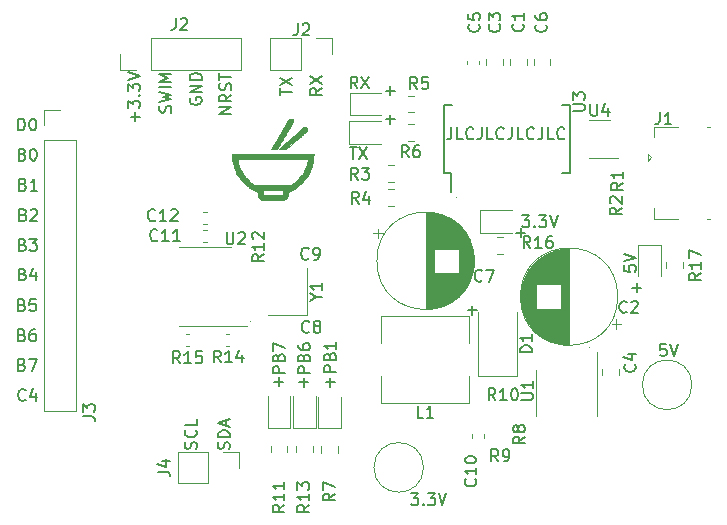
<source format=gbr>
%TF.GenerationSoftware,KiCad,Pcbnew,5.1.6*%
%TF.CreationDate,2021-04-04T19:37:59+02:00*%
%TF.ProjectId,teriyaki,74657269-7961-46b6-992e-6b696361645f,rev?*%
%TF.SameCoordinates,Original*%
%TF.FileFunction,Legend,Top*%
%TF.FilePolarity,Positive*%
%FSLAX46Y46*%
G04 Gerber Fmt 4.6, Leading zero omitted, Abs format (unit mm)*
G04 Created by KiCad (PCBNEW 5.1.6) date 2021-04-04 19:37:59*
%MOMM*%
%LPD*%
G01*
G04 APERTURE LIST*
%ADD10C,0.150000*%
%ADD11C,0.120000*%
%ADD12C,0.010000*%
G04 APERTURE END LIST*
D10*
X125130952Y-95902380D02*
X125130952Y-96616666D01*
X125083333Y-96759523D01*
X124988095Y-96854761D01*
X124845238Y-96902380D01*
X124750000Y-96902380D01*
X126083333Y-96902380D02*
X125607142Y-96902380D01*
X125607142Y-95902380D01*
X126988095Y-96807142D02*
X126940476Y-96854761D01*
X126797619Y-96902380D01*
X126702380Y-96902380D01*
X126559523Y-96854761D01*
X126464285Y-96759523D01*
X126416666Y-96664285D01*
X126369047Y-96473809D01*
X126369047Y-96330952D01*
X126416666Y-96140476D01*
X126464285Y-96045238D01*
X126559523Y-95950000D01*
X126702380Y-95902380D01*
X126797619Y-95902380D01*
X126940476Y-95950000D01*
X126988095Y-95997619D01*
X127702380Y-95902380D02*
X127702380Y-96616666D01*
X127654761Y-96759523D01*
X127559523Y-96854761D01*
X127416666Y-96902380D01*
X127321428Y-96902380D01*
X128654761Y-96902380D02*
X128178571Y-96902380D01*
X128178571Y-95902380D01*
X129559523Y-96807142D02*
X129511904Y-96854761D01*
X129369047Y-96902380D01*
X129273809Y-96902380D01*
X129130952Y-96854761D01*
X129035714Y-96759523D01*
X128988095Y-96664285D01*
X128940476Y-96473809D01*
X128940476Y-96330952D01*
X128988095Y-96140476D01*
X129035714Y-96045238D01*
X129130952Y-95950000D01*
X129273809Y-95902380D01*
X129369047Y-95902380D01*
X129511904Y-95950000D01*
X129559523Y-95997619D01*
X130273809Y-95902380D02*
X130273809Y-96616666D01*
X130226190Y-96759523D01*
X130130952Y-96854761D01*
X129988095Y-96902380D01*
X129892857Y-96902380D01*
X131226190Y-96902380D02*
X130750000Y-96902380D01*
X130750000Y-95902380D01*
X132130952Y-96807142D02*
X132083333Y-96854761D01*
X131940476Y-96902380D01*
X131845238Y-96902380D01*
X131702380Y-96854761D01*
X131607142Y-96759523D01*
X131559523Y-96664285D01*
X131511904Y-96473809D01*
X131511904Y-96330952D01*
X131559523Y-96140476D01*
X131607142Y-96045238D01*
X131702380Y-95950000D01*
X131845238Y-95902380D01*
X131940476Y-95902380D01*
X132083333Y-95950000D01*
X132130952Y-95997619D01*
X132845238Y-95902380D02*
X132845238Y-96616666D01*
X132797619Y-96759523D01*
X132702380Y-96854761D01*
X132559523Y-96902380D01*
X132464285Y-96902380D01*
X133797619Y-96902380D02*
X133321428Y-96902380D01*
X133321428Y-95902380D01*
X134702380Y-96807142D02*
X134654761Y-96854761D01*
X134511904Y-96902380D01*
X134416666Y-96902380D01*
X134273809Y-96854761D01*
X134178571Y-96759523D01*
X134130952Y-96664285D01*
X134083333Y-96473809D01*
X134083333Y-96330952D01*
X134130952Y-96140476D01*
X134178571Y-96045238D01*
X134273809Y-95950000D01*
X134416666Y-95902380D01*
X134511904Y-95902380D01*
X134654761Y-95950000D01*
X134702380Y-95997619D01*
X114152380Y-92566666D02*
X113676190Y-92900000D01*
X114152380Y-93138095D02*
X113152380Y-93138095D01*
X113152380Y-92757142D01*
X113200000Y-92661904D01*
X113247619Y-92614285D01*
X113342857Y-92566666D01*
X113485714Y-92566666D01*
X113580952Y-92614285D01*
X113628571Y-92661904D01*
X113676190Y-92757142D01*
X113676190Y-93138095D01*
X113152380Y-92233333D02*
X114152380Y-91566666D01*
X113152380Y-91566666D02*
X114152380Y-92233333D01*
X110602380Y-93161904D02*
X110602380Y-92590476D01*
X111602380Y-92876190D02*
X110602380Y-92876190D01*
X110602380Y-92352380D02*
X111602380Y-91685714D01*
X110602380Y-91685714D02*
X111602380Y-92352380D01*
D11*
X108150000Y-112300000D02*
G75*
G03*
X108150000Y-112300000I-50000J0D01*
G01*
X136900000Y-114500000D02*
G75*
G03*
X136900000Y-114500000I-50000J0D01*
G01*
X125650000Y-101800000D02*
G75*
G03*
X125650000Y-101800000I-50000J0D01*
G01*
D10*
X89083333Y-118957142D02*
X89035714Y-119004761D01*
X88892857Y-119052380D01*
X88797619Y-119052380D01*
X88654761Y-119004761D01*
X88559523Y-118909523D01*
X88511904Y-118814285D01*
X88464285Y-118623809D01*
X88464285Y-118480952D01*
X88511904Y-118290476D01*
X88559523Y-118195238D01*
X88654761Y-118100000D01*
X88797619Y-118052380D01*
X88892857Y-118052380D01*
X89035714Y-118100000D01*
X89083333Y-118147619D01*
X89940476Y-118385714D02*
X89940476Y-119052380D01*
X89702380Y-118004761D02*
X89464285Y-118719047D01*
X90083333Y-118719047D01*
X88795238Y-115978571D02*
X88938095Y-116026190D01*
X88985714Y-116073809D01*
X89033333Y-116169047D01*
X89033333Y-116311904D01*
X88985714Y-116407142D01*
X88938095Y-116454761D01*
X88842857Y-116502380D01*
X88461904Y-116502380D01*
X88461904Y-115502380D01*
X88795238Y-115502380D01*
X88890476Y-115550000D01*
X88938095Y-115597619D01*
X88985714Y-115692857D01*
X88985714Y-115788095D01*
X88938095Y-115883333D01*
X88890476Y-115930952D01*
X88795238Y-115978571D01*
X88461904Y-115978571D01*
X89366666Y-115502380D02*
X90033333Y-115502380D01*
X89604761Y-116502380D01*
X88795238Y-113478571D02*
X88938095Y-113526190D01*
X88985714Y-113573809D01*
X89033333Y-113669047D01*
X89033333Y-113811904D01*
X88985714Y-113907142D01*
X88938095Y-113954761D01*
X88842857Y-114002380D01*
X88461904Y-114002380D01*
X88461904Y-113002380D01*
X88795238Y-113002380D01*
X88890476Y-113050000D01*
X88938095Y-113097619D01*
X88985714Y-113192857D01*
X88985714Y-113288095D01*
X88938095Y-113383333D01*
X88890476Y-113430952D01*
X88795238Y-113478571D01*
X88461904Y-113478571D01*
X89890476Y-113002380D02*
X89700000Y-113002380D01*
X89604761Y-113050000D01*
X89557142Y-113097619D01*
X89461904Y-113240476D01*
X89414285Y-113430952D01*
X89414285Y-113811904D01*
X89461904Y-113907142D01*
X89509523Y-113954761D01*
X89604761Y-114002380D01*
X89795238Y-114002380D01*
X89890476Y-113954761D01*
X89938095Y-113907142D01*
X89985714Y-113811904D01*
X89985714Y-113573809D01*
X89938095Y-113478571D01*
X89890476Y-113430952D01*
X89795238Y-113383333D01*
X89604761Y-113383333D01*
X89509523Y-113430952D01*
X89461904Y-113478571D01*
X89414285Y-113573809D01*
X88795238Y-110928571D02*
X88938095Y-110976190D01*
X88985714Y-111023809D01*
X89033333Y-111119047D01*
X89033333Y-111261904D01*
X88985714Y-111357142D01*
X88938095Y-111404761D01*
X88842857Y-111452380D01*
X88461904Y-111452380D01*
X88461904Y-110452380D01*
X88795238Y-110452380D01*
X88890476Y-110500000D01*
X88938095Y-110547619D01*
X88985714Y-110642857D01*
X88985714Y-110738095D01*
X88938095Y-110833333D01*
X88890476Y-110880952D01*
X88795238Y-110928571D01*
X88461904Y-110928571D01*
X89938095Y-110452380D02*
X89461904Y-110452380D01*
X89414285Y-110928571D01*
X89461904Y-110880952D01*
X89557142Y-110833333D01*
X89795238Y-110833333D01*
X89890476Y-110880952D01*
X89938095Y-110928571D01*
X89985714Y-111023809D01*
X89985714Y-111261904D01*
X89938095Y-111357142D01*
X89890476Y-111404761D01*
X89795238Y-111452380D01*
X89557142Y-111452380D01*
X89461904Y-111404761D01*
X89414285Y-111357142D01*
X88845238Y-108328571D02*
X88988095Y-108376190D01*
X89035714Y-108423809D01*
X89083333Y-108519047D01*
X89083333Y-108661904D01*
X89035714Y-108757142D01*
X88988095Y-108804761D01*
X88892857Y-108852380D01*
X88511904Y-108852380D01*
X88511904Y-107852380D01*
X88845238Y-107852380D01*
X88940476Y-107900000D01*
X88988095Y-107947619D01*
X89035714Y-108042857D01*
X89035714Y-108138095D01*
X88988095Y-108233333D01*
X88940476Y-108280952D01*
X88845238Y-108328571D01*
X88511904Y-108328571D01*
X89940476Y-108185714D02*
X89940476Y-108852380D01*
X89702380Y-107804761D02*
X89464285Y-108519047D01*
X90083333Y-108519047D01*
X88845238Y-105828571D02*
X88988095Y-105876190D01*
X89035714Y-105923809D01*
X89083333Y-106019047D01*
X89083333Y-106161904D01*
X89035714Y-106257142D01*
X88988095Y-106304761D01*
X88892857Y-106352380D01*
X88511904Y-106352380D01*
X88511904Y-105352380D01*
X88845238Y-105352380D01*
X88940476Y-105400000D01*
X88988095Y-105447619D01*
X89035714Y-105542857D01*
X89035714Y-105638095D01*
X88988095Y-105733333D01*
X88940476Y-105780952D01*
X88845238Y-105828571D01*
X88511904Y-105828571D01*
X89416666Y-105352380D02*
X90035714Y-105352380D01*
X89702380Y-105733333D01*
X89845238Y-105733333D01*
X89940476Y-105780952D01*
X89988095Y-105828571D01*
X90035714Y-105923809D01*
X90035714Y-106161904D01*
X89988095Y-106257142D01*
X89940476Y-106304761D01*
X89845238Y-106352380D01*
X89559523Y-106352380D01*
X89464285Y-106304761D01*
X89416666Y-106257142D01*
X106322761Y-123134285D02*
X106370380Y-122991428D01*
X106370380Y-122753333D01*
X106322761Y-122658095D01*
X106275142Y-122610476D01*
X106179904Y-122562857D01*
X106084666Y-122562857D01*
X105989428Y-122610476D01*
X105941809Y-122658095D01*
X105894190Y-122753333D01*
X105846571Y-122943809D01*
X105798952Y-123039047D01*
X105751333Y-123086666D01*
X105656095Y-123134285D01*
X105560857Y-123134285D01*
X105465619Y-123086666D01*
X105418000Y-123039047D01*
X105370380Y-122943809D01*
X105370380Y-122705714D01*
X105418000Y-122562857D01*
X106370380Y-122134285D02*
X105370380Y-122134285D01*
X105370380Y-121896190D01*
X105418000Y-121753333D01*
X105513238Y-121658095D01*
X105608476Y-121610476D01*
X105798952Y-121562857D01*
X105941809Y-121562857D01*
X106132285Y-121610476D01*
X106227523Y-121658095D01*
X106322761Y-121753333D01*
X106370380Y-121896190D01*
X106370380Y-122134285D01*
X106084666Y-121181904D02*
X106084666Y-120705714D01*
X106370380Y-121277142D02*
X105370380Y-120943809D01*
X106370380Y-120610476D01*
X103528761Y-123110476D02*
X103576380Y-122967619D01*
X103576380Y-122729523D01*
X103528761Y-122634285D01*
X103481142Y-122586666D01*
X103385904Y-122539047D01*
X103290666Y-122539047D01*
X103195428Y-122586666D01*
X103147809Y-122634285D01*
X103100190Y-122729523D01*
X103052571Y-122920000D01*
X103004952Y-123015238D01*
X102957333Y-123062857D01*
X102862095Y-123110476D01*
X102766857Y-123110476D01*
X102671619Y-123062857D01*
X102624000Y-123015238D01*
X102576380Y-122920000D01*
X102576380Y-122681904D01*
X102624000Y-122539047D01*
X103481142Y-121539047D02*
X103528761Y-121586666D01*
X103576380Y-121729523D01*
X103576380Y-121824761D01*
X103528761Y-121967619D01*
X103433523Y-122062857D01*
X103338285Y-122110476D01*
X103147809Y-122158095D01*
X103004952Y-122158095D01*
X102814476Y-122110476D01*
X102719238Y-122062857D01*
X102624000Y-121967619D01*
X102576380Y-121824761D01*
X102576380Y-121729523D01*
X102624000Y-121586666D01*
X102671619Y-121539047D01*
X103576380Y-120634285D02*
X103576380Y-121110476D01*
X102576380Y-121110476D01*
X88895238Y-103298571D02*
X89038095Y-103346190D01*
X89085714Y-103393809D01*
X89133333Y-103489047D01*
X89133333Y-103631904D01*
X89085714Y-103727142D01*
X89038095Y-103774761D01*
X88942857Y-103822380D01*
X88561904Y-103822380D01*
X88561904Y-102822380D01*
X88895238Y-102822380D01*
X88990476Y-102870000D01*
X89038095Y-102917619D01*
X89085714Y-103012857D01*
X89085714Y-103108095D01*
X89038095Y-103203333D01*
X88990476Y-103250952D01*
X88895238Y-103298571D01*
X88561904Y-103298571D01*
X89514285Y-102917619D02*
X89561904Y-102870000D01*
X89657142Y-102822380D01*
X89895238Y-102822380D01*
X89990476Y-102870000D01*
X90038095Y-102917619D01*
X90085714Y-103012857D01*
X90085714Y-103108095D01*
X90038095Y-103250952D01*
X89466666Y-103822380D01*
X90085714Y-103822380D01*
X88885238Y-100728571D02*
X89028095Y-100776190D01*
X89075714Y-100823809D01*
X89123333Y-100919047D01*
X89123333Y-101061904D01*
X89075714Y-101157142D01*
X89028095Y-101204761D01*
X88932857Y-101252380D01*
X88551904Y-101252380D01*
X88551904Y-100252380D01*
X88885238Y-100252380D01*
X88980476Y-100300000D01*
X89028095Y-100347619D01*
X89075714Y-100442857D01*
X89075714Y-100538095D01*
X89028095Y-100633333D01*
X88980476Y-100680952D01*
X88885238Y-100728571D01*
X88551904Y-100728571D01*
X90075714Y-101252380D02*
X89504285Y-101252380D01*
X89790000Y-101252380D02*
X89790000Y-100252380D01*
X89694761Y-100395238D01*
X89599523Y-100490476D01*
X89504285Y-100538095D01*
X88825238Y-98188571D02*
X88968095Y-98236190D01*
X89015714Y-98283809D01*
X89063333Y-98379047D01*
X89063333Y-98521904D01*
X89015714Y-98617142D01*
X88968095Y-98664761D01*
X88872857Y-98712380D01*
X88491904Y-98712380D01*
X88491904Y-97712380D01*
X88825238Y-97712380D01*
X88920476Y-97760000D01*
X88968095Y-97807619D01*
X89015714Y-97902857D01*
X89015714Y-97998095D01*
X88968095Y-98093333D01*
X88920476Y-98140952D01*
X88825238Y-98188571D01*
X88491904Y-98188571D01*
X89682380Y-97712380D02*
X89777619Y-97712380D01*
X89872857Y-97760000D01*
X89920476Y-97807619D01*
X89968095Y-97902857D01*
X90015714Y-98093333D01*
X90015714Y-98331428D01*
X89968095Y-98521904D01*
X89920476Y-98617142D01*
X89872857Y-98664761D01*
X89777619Y-98712380D01*
X89682380Y-98712380D01*
X89587142Y-98664761D01*
X89539523Y-98617142D01*
X89491904Y-98521904D01*
X89444285Y-98331428D01*
X89444285Y-98093333D01*
X89491904Y-97902857D01*
X89539523Y-97807619D01*
X89587142Y-97760000D01*
X89682380Y-97712380D01*
X88461904Y-96162380D02*
X88461904Y-95162380D01*
X88700000Y-95162380D01*
X88842857Y-95210000D01*
X88938095Y-95305238D01*
X88985714Y-95400476D01*
X89033333Y-95590952D01*
X89033333Y-95733809D01*
X88985714Y-95924285D01*
X88938095Y-96019523D01*
X88842857Y-96114761D01*
X88700000Y-96162380D01*
X88461904Y-96162380D01*
X89652380Y-95162380D02*
X89747619Y-95162380D01*
X89842857Y-95210000D01*
X89890476Y-95257619D01*
X89938095Y-95352857D01*
X89985714Y-95543333D01*
X89985714Y-95781428D01*
X89938095Y-95971904D01*
X89890476Y-96067142D01*
X89842857Y-96114761D01*
X89747619Y-96162380D01*
X89652380Y-96162380D01*
X89557142Y-96114761D01*
X89509523Y-96067142D01*
X89461904Y-95971904D01*
X89414285Y-95781428D01*
X89414285Y-95543333D01*
X89461904Y-95352857D01*
X89509523Y-95257619D01*
X89557142Y-95210000D01*
X89652380Y-95162380D01*
X106502380Y-94742857D02*
X105502380Y-94742857D01*
X106502380Y-94171428D01*
X105502380Y-94171428D01*
X106502380Y-93123809D02*
X106026190Y-93457142D01*
X106502380Y-93695238D02*
X105502380Y-93695238D01*
X105502380Y-93314285D01*
X105550000Y-93219047D01*
X105597619Y-93171428D01*
X105692857Y-93123809D01*
X105835714Y-93123809D01*
X105930952Y-93171428D01*
X105978571Y-93219047D01*
X106026190Y-93314285D01*
X106026190Y-93695238D01*
X106454761Y-92742857D02*
X106502380Y-92600000D01*
X106502380Y-92361904D01*
X106454761Y-92266666D01*
X106407142Y-92219047D01*
X106311904Y-92171428D01*
X106216666Y-92171428D01*
X106121428Y-92219047D01*
X106073809Y-92266666D01*
X106026190Y-92361904D01*
X105978571Y-92552380D01*
X105930952Y-92647619D01*
X105883333Y-92695238D01*
X105788095Y-92742857D01*
X105692857Y-92742857D01*
X105597619Y-92695238D01*
X105550000Y-92647619D01*
X105502380Y-92552380D01*
X105502380Y-92314285D01*
X105550000Y-92171428D01*
X105502380Y-91885714D02*
X105502380Y-91314285D01*
X106502380Y-91600000D02*
X105502380Y-91600000D01*
X103030000Y-93411904D02*
X102982380Y-93507142D01*
X102982380Y-93650000D01*
X103030000Y-93792857D01*
X103125238Y-93888095D01*
X103220476Y-93935714D01*
X103410952Y-93983333D01*
X103553809Y-93983333D01*
X103744285Y-93935714D01*
X103839523Y-93888095D01*
X103934761Y-93792857D01*
X103982380Y-93650000D01*
X103982380Y-93554761D01*
X103934761Y-93411904D01*
X103887142Y-93364285D01*
X103553809Y-93364285D01*
X103553809Y-93554761D01*
X103982380Y-92935714D02*
X102982380Y-92935714D01*
X103982380Y-92364285D01*
X102982380Y-92364285D01*
X103982380Y-91888095D02*
X102982380Y-91888095D01*
X102982380Y-91650000D01*
X103030000Y-91507142D01*
X103125238Y-91411904D01*
X103220476Y-91364285D01*
X103410952Y-91316666D01*
X103553809Y-91316666D01*
X103744285Y-91364285D01*
X103839523Y-91411904D01*
X103934761Y-91507142D01*
X103982380Y-91650000D01*
X103982380Y-91888095D01*
X101374761Y-94646666D02*
X101422380Y-94503809D01*
X101422380Y-94265714D01*
X101374761Y-94170476D01*
X101327142Y-94122857D01*
X101231904Y-94075238D01*
X101136666Y-94075238D01*
X101041428Y-94122857D01*
X100993809Y-94170476D01*
X100946190Y-94265714D01*
X100898571Y-94456190D01*
X100850952Y-94551428D01*
X100803333Y-94599047D01*
X100708095Y-94646666D01*
X100612857Y-94646666D01*
X100517619Y-94599047D01*
X100470000Y-94551428D01*
X100422380Y-94456190D01*
X100422380Y-94218095D01*
X100470000Y-94075238D01*
X100422380Y-93741904D02*
X101422380Y-93503809D01*
X100708095Y-93313333D01*
X101422380Y-93122857D01*
X100422380Y-92884761D01*
X101422380Y-92503809D02*
X100422380Y-92503809D01*
X101422380Y-92027619D02*
X100422380Y-92027619D01*
X101136666Y-91694285D01*
X100422380Y-91360952D01*
X101422380Y-91360952D01*
X98391428Y-95390000D02*
X98391428Y-94628095D01*
X98772380Y-95009047D02*
X98010476Y-95009047D01*
X97772380Y-94247142D02*
X97772380Y-93628095D01*
X98153333Y-93961428D01*
X98153333Y-93818571D01*
X98200952Y-93723333D01*
X98248571Y-93675714D01*
X98343809Y-93628095D01*
X98581904Y-93628095D01*
X98677142Y-93675714D01*
X98724761Y-93723333D01*
X98772380Y-93818571D01*
X98772380Y-94104285D01*
X98724761Y-94199523D01*
X98677142Y-94247142D01*
X98677142Y-93199523D02*
X98724761Y-93151904D01*
X98772380Y-93199523D01*
X98724761Y-93247142D01*
X98677142Y-93199523D01*
X98772380Y-93199523D01*
X97772380Y-92818571D02*
X97772380Y-92199523D01*
X98153333Y-92532857D01*
X98153333Y-92390000D01*
X98200952Y-92294761D01*
X98248571Y-92247142D01*
X98343809Y-92199523D01*
X98581904Y-92199523D01*
X98677142Y-92247142D01*
X98724761Y-92294761D01*
X98772380Y-92390000D01*
X98772380Y-92675714D01*
X98724761Y-92770952D01*
X98677142Y-92818571D01*
X97772380Y-91913809D02*
X98772380Y-91580476D01*
X97772380Y-91247142D01*
X140459047Y-109461428D02*
X141220952Y-109461428D01*
X140840000Y-109842380D02*
X140840000Y-109080476D01*
X130629047Y-104811428D02*
X131390952Y-104811428D01*
X131010000Y-105192380D02*
X131010000Y-104430476D01*
X119559047Y-95201428D02*
X120320952Y-95201428D01*
X119940000Y-95582380D02*
X119940000Y-94820476D01*
X119569047Y-92821428D02*
X120330952Y-92821428D01*
X119950000Y-93202380D02*
X119950000Y-92440476D01*
X126529047Y-111401428D02*
X127290952Y-111401428D01*
X126910000Y-111782380D02*
X126910000Y-111020476D01*
X113152380Y-116718095D02*
X112152380Y-116718095D01*
X112152380Y-116337142D01*
X112200000Y-116241904D01*
X112247619Y-116194285D01*
X112342857Y-116146666D01*
X112485714Y-116146666D01*
X112580952Y-116194285D01*
X112628571Y-116241904D01*
X112676190Y-116337142D01*
X112676190Y-116718095D01*
X112628571Y-115384761D02*
X112676190Y-115241904D01*
X112723809Y-115194285D01*
X112819047Y-115146666D01*
X112961904Y-115146666D01*
X113057142Y-115194285D01*
X113104761Y-115241904D01*
X113152380Y-115337142D01*
X113152380Y-115718095D01*
X112152380Y-115718095D01*
X112152380Y-115384761D01*
X112200000Y-115289523D01*
X112247619Y-115241904D01*
X112342857Y-115194285D01*
X112438095Y-115194285D01*
X112533333Y-115241904D01*
X112580952Y-115289523D01*
X112628571Y-115384761D01*
X112628571Y-115718095D01*
X112152380Y-114289523D02*
X112152380Y-114480000D01*
X112200000Y-114575238D01*
X112247619Y-114622857D01*
X112390476Y-114718095D01*
X112580952Y-114765714D01*
X112961904Y-114765714D01*
X113057142Y-114718095D01*
X113104761Y-114670476D01*
X113152380Y-114575238D01*
X113152380Y-114384761D01*
X113104761Y-114289523D01*
X113057142Y-114241904D01*
X112961904Y-114194285D01*
X112723809Y-114194285D01*
X112628571Y-114241904D01*
X112580952Y-114289523D01*
X112533333Y-114384761D01*
X112533333Y-114575238D01*
X112580952Y-114670476D01*
X112628571Y-114718095D01*
X112723809Y-114765714D01*
X111022380Y-116698095D02*
X110022380Y-116698095D01*
X110022380Y-116317142D01*
X110070000Y-116221904D01*
X110117619Y-116174285D01*
X110212857Y-116126666D01*
X110355714Y-116126666D01*
X110450952Y-116174285D01*
X110498571Y-116221904D01*
X110546190Y-116317142D01*
X110546190Y-116698095D01*
X110498571Y-115364761D02*
X110546190Y-115221904D01*
X110593809Y-115174285D01*
X110689047Y-115126666D01*
X110831904Y-115126666D01*
X110927142Y-115174285D01*
X110974761Y-115221904D01*
X111022380Y-115317142D01*
X111022380Y-115698095D01*
X110022380Y-115698095D01*
X110022380Y-115364761D01*
X110070000Y-115269523D01*
X110117619Y-115221904D01*
X110212857Y-115174285D01*
X110308095Y-115174285D01*
X110403333Y-115221904D01*
X110450952Y-115269523D01*
X110498571Y-115364761D01*
X110498571Y-115698095D01*
X110022380Y-114793333D02*
X110022380Y-114126666D01*
X111022380Y-114555238D01*
X115362380Y-116618095D02*
X114362380Y-116618095D01*
X114362380Y-116237142D01*
X114410000Y-116141904D01*
X114457619Y-116094285D01*
X114552857Y-116046666D01*
X114695714Y-116046666D01*
X114790952Y-116094285D01*
X114838571Y-116141904D01*
X114886190Y-116237142D01*
X114886190Y-116618095D01*
X114838571Y-115284761D02*
X114886190Y-115141904D01*
X114933809Y-115094285D01*
X115029047Y-115046666D01*
X115171904Y-115046666D01*
X115267142Y-115094285D01*
X115314761Y-115141904D01*
X115362380Y-115237142D01*
X115362380Y-115618095D01*
X114362380Y-115618095D01*
X114362380Y-115284761D01*
X114410000Y-115189523D01*
X114457619Y-115141904D01*
X114552857Y-115094285D01*
X114648095Y-115094285D01*
X114743333Y-115141904D01*
X114790952Y-115189523D01*
X114838571Y-115284761D01*
X114838571Y-115618095D01*
X115362380Y-114094285D02*
X115362380Y-114665714D01*
X115362380Y-114380000D02*
X114362380Y-114380000D01*
X114505238Y-114475238D01*
X114600476Y-114570476D01*
X114648095Y-114665714D01*
X114509047Y-117491428D02*
X115270952Y-117491428D01*
X114890000Y-117872380D02*
X114890000Y-117110476D01*
X112269047Y-117501428D02*
X113030952Y-117501428D01*
X112650000Y-117882380D02*
X112650000Y-117120476D01*
X110129047Y-117451428D02*
X110890952Y-117451428D01*
X110510000Y-117832380D02*
X110510000Y-117070476D01*
X116538095Y-97552380D02*
X117109523Y-97552380D01*
X116823809Y-98552380D02*
X116823809Y-97552380D01*
X117347619Y-97552380D02*
X118014285Y-98552380D01*
X118014285Y-97552380D02*
X117347619Y-98552380D01*
X117183333Y-92602380D02*
X116850000Y-92126190D01*
X116611904Y-92602380D02*
X116611904Y-91602380D01*
X116992857Y-91602380D01*
X117088095Y-91650000D01*
X117135714Y-91697619D01*
X117183333Y-91792857D01*
X117183333Y-91935714D01*
X117135714Y-92030952D01*
X117088095Y-92078571D01*
X116992857Y-92126190D01*
X116611904Y-92126190D01*
X117516666Y-91602380D02*
X118183333Y-92602380D01*
X118183333Y-91602380D02*
X117516666Y-92602380D01*
X139752380Y-107590476D02*
X139752380Y-108066666D01*
X140228571Y-108114285D01*
X140180952Y-108066666D01*
X140133333Y-107971428D01*
X140133333Y-107733333D01*
X140180952Y-107638095D01*
X140228571Y-107590476D01*
X140323809Y-107542857D01*
X140561904Y-107542857D01*
X140657142Y-107590476D01*
X140704761Y-107638095D01*
X140752380Y-107733333D01*
X140752380Y-107971428D01*
X140704761Y-108066666D01*
X140657142Y-108114285D01*
X139752380Y-107257142D02*
X140752380Y-106923809D01*
X139752380Y-106590476D01*
X143309523Y-114252380D02*
X142833333Y-114252380D01*
X142785714Y-114728571D01*
X142833333Y-114680952D01*
X142928571Y-114633333D01*
X143166666Y-114633333D01*
X143261904Y-114680952D01*
X143309523Y-114728571D01*
X143357142Y-114823809D01*
X143357142Y-115061904D01*
X143309523Y-115157142D01*
X143261904Y-115204761D01*
X143166666Y-115252380D01*
X142928571Y-115252380D01*
X142833333Y-115204761D01*
X142785714Y-115157142D01*
X143642857Y-114252380D02*
X143976190Y-115252380D01*
X144309523Y-114252380D01*
X121713809Y-126882380D02*
X122332857Y-126882380D01*
X121999523Y-127263333D01*
X122142380Y-127263333D01*
X122237619Y-127310952D01*
X122285238Y-127358571D01*
X122332857Y-127453809D01*
X122332857Y-127691904D01*
X122285238Y-127787142D01*
X122237619Y-127834761D01*
X122142380Y-127882380D01*
X121856666Y-127882380D01*
X121761428Y-127834761D01*
X121713809Y-127787142D01*
X122761428Y-127787142D02*
X122809047Y-127834761D01*
X122761428Y-127882380D01*
X122713809Y-127834761D01*
X122761428Y-127787142D01*
X122761428Y-127882380D01*
X123142380Y-126882380D02*
X123761428Y-126882380D01*
X123428095Y-127263333D01*
X123570952Y-127263333D01*
X123666190Y-127310952D01*
X123713809Y-127358571D01*
X123761428Y-127453809D01*
X123761428Y-127691904D01*
X123713809Y-127787142D01*
X123666190Y-127834761D01*
X123570952Y-127882380D01*
X123285238Y-127882380D01*
X123190000Y-127834761D01*
X123142380Y-127787142D01*
X124047142Y-126882380D02*
X124380476Y-127882380D01*
X124713809Y-126882380D01*
X131123809Y-103352380D02*
X131742857Y-103352380D01*
X131409523Y-103733333D01*
X131552380Y-103733333D01*
X131647619Y-103780952D01*
X131695238Y-103828571D01*
X131742857Y-103923809D01*
X131742857Y-104161904D01*
X131695238Y-104257142D01*
X131647619Y-104304761D01*
X131552380Y-104352380D01*
X131266666Y-104352380D01*
X131171428Y-104304761D01*
X131123809Y-104257142D01*
X132171428Y-104257142D02*
X132219047Y-104304761D01*
X132171428Y-104352380D01*
X132123809Y-104304761D01*
X132171428Y-104257142D01*
X132171428Y-104352380D01*
X132552380Y-103352380D02*
X133171428Y-103352380D01*
X132838095Y-103733333D01*
X132980952Y-103733333D01*
X133076190Y-103780952D01*
X133123809Y-103828571D01*
X133171428Y-103923809D01*
X133171428Y-104161904D01*
X133123809Y-104257142D01*
X133076190Y-104304761D01*
X132980952Y-104352380D01*
X132695238Y-104352380D01*
X132600000Y-104304761D01*
X132552380Y-104257142D01*
X133457142Y-103352380D02*
X133790476Y-104352380D01*
X134123809Y-103352380D01*
D12*
%TO.C,G\u002A\u002A\u002A*%
G36*
X113467109Y-98184358D02*
G01*
X113466793Y-98198055D01*
X113465893Y-98218858D01*
X113464496Y-98245432D01*
X113462690Y-98276443D01*
X113460564Y-98310558D01*
X113458205Y-98346441D01*
X113455702Y-98382759D01*
X113453143Y-98418178D01*
X113450615Y-98451363D01*
X113448207Y-98480980D01*
X113446007Y-98505694D01*
X113445664Y-98509267D01*
X113425033Y-98678496D01*
X113396261Y-98845448D01*
X113359388Y-99010022D01*
X113314455Y-99172122D01*
X113261501Y-99331649D01*
X113200568Y-99488506D01*
X113131695Y-99642593D01*
X113054922Y-99793814D01*
X112970290Y-99942069D01*
X112877839Y-100087261D01*
X112777609Y-100229292D01*
X112697735Y-100333205D01*
X112591033Y-100460502D01*
X112478437Y-100581824D01*
X112359874Y-100697231D01*
X112235272Y-100806784D01*
X112104558Y-100910544D01*
X111967662Y-101008573D01*
X111824509Y-101100932D01*
X111712383Y-101166862D01*
X111693552Y-101177265D01*
X111668515Y-101190745D01*
X111638634Y-101206588D01*
X111605272Y-101224077D01*
X111569793Y-101242499D01*
X111533560Y-101261138D01*
X111502833Y-101276797D01*
X111459374Y-101298857D01*
X111422825Y-101317464D01*
X111392533Y-101332975D01*
X111367844Y-101345745D01*
X111348107Y-101356129D01*
X111332669Y-101364483D01*
X111320876Y-101371161D01*
X111312075Y-101376519D01*
X111305615Y-101380913D01*
X111300843Y-101384698D01*
X111297105Y-101388228D01*
X111296004Y-101389380D01*
X111291595Y-101394391D01*
X111288932Y-101399279D01*
X111287854Y-101405905D01*
X111288199Y-101416131D01*
X111289806Y-101431818D01*
X111291260Y-101444204D01*
X111293537Y-101471670D01*
X111294727Y-101505309D01*
X111294772Y-101542891D01*
X111294361Y-101561981D01*
X111293051Y-101595458D01*
X111290918Y-101622753D01*
X111287411Y-101646147D01*
X111281979Y-101667922D01*
X111274071Y-101690357D01*
X111263135Y-101715734D01*
X111251002Y-101741416D01*
X111229137Y-101783747D01*
X111206981Y-101820093D01*
X111182877Y-101852825D01*
X111155172Y-101884315D01*
X111141414Y-101898387D01*
X111117560Y-101921139D01*
X111094299Y-101940963D01*
X111070018Y-101958946D01*
X111043102Y-101976172D01*
X111011939Y-101993725D01*
X110974914Y-102012690D01*
X110961922Y-102019061D01*
X110893027Y-102052566D01*
X110007305Y-102052362D01*
X109121583Y-102052157D01*
X109047500Y-102015225D01*
X109001623Y-101991412D01*
X108962632Y-101968966D01*
X108929257Y-101946980D01*
X108900229Y-101924549D01*
X108874277Y-101900766D01*
X108850131Y-101874725D01*
X108849415Y-101873893D01*
X108824751Y-101842021D01*
X108799782Y-101804039D01*
X108775777Y-101762155D01*
X108754001Y-101718580D01*
X108735828Y-101675800D01*
X108723650Y-101644050D01*
X108723650Y-101394283D01*
X108694017Y-101374263D01*
X108682223Y-101366948D01*
X108664199Y-101356609D01*
X108641298Y-101343984D01*
X108614877Y-101329808D01*
X108586290Y-101314819D01*
X108558550Y-101300593D01*
X108479402Y-101260119D01*
X108407262Y-101222453D01*
X108352666Y-101193200D01*
X109144867Y-101193200D01*
X109144867Y-101629233D01*
X110872067Y-101629233D01*
X110872067Y-101193200D01*
X109144867Y-101193200D01*
X108352666Y-101193200D01*
X108341331Y-101187127D01*
X108280811Y-101153672D01*
X108224902Y-101121620D01*
X108172806Y-101090501D01*
X108123724Y-101059847D01*
X108076857Y-101029189D01*
X108031406Y-100998060D01*
X107986573Y-100965989D01*
X107979799Y-100961029D01*
X107897276Y-100898857D01*
X107819872Y-100837118D01*
X107745513Y-100774032D01*
X107672128Y-100707815D01*
X107597644Y-100636688D01*
X107565545Y-100604932D01*
X107520171Y-100559145D01*
X107479693Y-100517195D01*
X107442590Y-100477397D01*
X107407343Y-100438062D01*
X107372433Y-100397504D01*
X107336338Y-100354035D01*
X107307984Y-100319017D01*
X107205247Y-100184297D01*
X107109635Y-100045099D01*
X107021247Y-99901669D01*
X106940181Y-99754251D01*
X106866537Y-99603093D01*
X106800413Y-99448440D01*
X106741908Y-99290538D01*
X106691122Y-99129632D01*
X106648153Y-98965969D01*
X106613100Y-98799796D01*
X106586079Y-98631451D01*
X107027910Y-98631451D01*
X107028191Y-98645784D01*
X107030466Y-98666632D01*
X107034550Y-98693186D01*
X107040259Y-98724639D01*
X107047411Y-98760183D01*
X107055820Y-98799009D01*
X107065303Y-98840309D01*
X107075676Y-98883275D01*
X107086756Y-98927100D01*
X107098358Y-98970974D01*
X107110299Y-99014091D01*
X107122395Y-99055641D01*
X107134462Y-99094817D01*
X107142284Y-99118867D01*
X107195471Y-99265187D01*
X107256494Y-99408612D01*
X107325122Y-99548826D01*
X107401128Y-99685513D01*
X107484282Y-99818358D01*
X107574355Y-99947045D01*
X107671117Y-100071259D01*
X107774342Y-100190686D01*
X107883798Y-100305008D01*
X107999257Y-100413911D01*
X108120491Y-100517079D01*
X108205012Y-100582970D01*
X108227534Y-100599557D01*
X108255222Y-100619390D01*
X108286136Y-100641114D01*
X108318335Y-100663371D01*
X108349879Y-100684805D01*
X108367888Y-100696842D01*
X108465203Y-100761400D01*
X111552246Y-100761400D01*
X111647131Y-100697212D01*
X111728951Y-100640764D01*
X111804203Y-100586448D01*
X111874171Y-100533219D01*
X111940137Y-100480035D01*
X112003385Y-100425853D01*
X112065196Y-100369631D01*
X112126853Y-100310327D01*
X112143929Y-100293362D01*
X112252396Y-100179152D01*
X112354561Y-100059866D01*
X112450207Y-99935883D01*
X112539116Y-99807580D01*
X112621072Y-99675334D01*
X112695859Y-99539525D01*
X112763259Y-99400529D01*
X112823056Y-99258724D01*
X112875033Y-99114488D01*
X112918974Y-98968199D01*
X112931306Y-98920999D01*
X112942027Y-98877389D01*
X112952259Y-98833772D01*
X112961798Y-98791171D01*
X112970439Y-98750609D01*
X112977975Y-98713110D01*
X112984201Y-98679697D01*
X112988912Y-98651393D01*
X112991902Y-98629220D01*
X112992965Y-98614202D01*
X112992966Y-98614042D01*
X112992967Y-98602400D01*
X110633942Y-98602669D01*
X110399673Y-98602709D01*
X110173823Y-98602772D01*
X109956347Y-98602861D01*
X109747196Y-98602974D01*
X109546325Y-98603113D01*
X109353685Y-98603276D01*
X109169231Y-98603465D01*
X108992915Y-98603679D01*
X108824690Y-98603919D01*
X108664510Y-98604184D01*
X108512327Y-98604475D01*
X108368095Y-98604793D01*
X108231767Y-98605137D01*
X108103295Y-98605507D01*
X107982634Y-98605903D01*
X107869735Y-98606327D01*
X107764553Y-98606777D01*
X107667039Y-98607254D01*
X107577148Y-98607759D01*
X107494832Y-98608290D01*
X107420045Y-98608850D01*
X107352739Y-98609437D01*
X107292868Y-98610052D01*
X107240385Y-98610694D01*
X107195242Y-98611365D01*
X107157393Y-98612065D01*
X107126792Y-98612792D01*
X107103390Y-98613549D01*
X107087142Y-98614334D01*
X107081452Y-98614758D01*
X107060624Y-98617104D01*
X107043905Y-98619871D01*
X107032956Y-98622749D01*
X107029806Y-98624440D01*
X107027910Y-98631451D01*
X106586079Y-98631451D01*
X106586063Y-98631356D01*
X106569005Y-98481750D01*
X106567426Y-98463232D01*
X106565561Y-98439025D01*
X106563495Y-98410464D01*
X106561315Y-98378886D01*
X106559103Y-98345627D01*
X106556945Y-98312022D01*
X106554927Y-98279407D01*
X106553133Y-98249119D01*
X106551647Y-98222492D01*
X106550555Y-98200863D01*
X106549942Y-98185568D01*
X106549839Y-98180125D01*
X106549833Y-98170600D01*
X113467100Y-98170600D01*
X113467109Y-98184358D01*
G37*
X113467109Y-98184358D02*
X113466793Y-98198055D01*
X113465893Y-98218858D01*
X113464496Y-98245432D01*
X113462690Y-98276443D01*
X113460564Y-98310558D01*
X113458205Y-98346441D01*
X113455702Y-98382759D01*
X113453143Y-98418178D01*
X113450615Y-98451363D01*
X113448207Y-98480980D01*
X113446007Y-98505694D01*
X113445664Y-98509267D01*
X113425033Y-98678496D01*
X113396261Y-98845448D01*
X113359388Y-99010022D01*
X113314455Y-99172122D01*
X113261501Y-99331649D01*
X113200568Y-99488506D01*
X113131695Y-99642593D01*
X113054922Y-99793814D01*
X112970290Y-99942069D01*
X112877839Y-100087261D01*
X112777609Y-100229292D01*
X112697735Y-100333205D01*
X112591033Y-100460502D01*
X112478437Y-100581824D01*
X112359874Y-100697231D01*
X112235272Y-100806784D01*
X112104558Y-100910544D01*
X111967662Y-101008573D01*
X111824509Y-101100932D01*
X111712383Y-101166862D01*
X111693552Y-101177265D01*
X111668515Y-101190745D01*
X111638634Y-101206588D01*
X111605272Y-101224077D01*
X111569793Y-101242499D01*
X111533560Y-101261138D01*
X111502833Y-101276797D01*
X111459374Y-101298857D01*
X111422825Y-101317464D01*
X111392533Y-101332975D01*
X111367844Y-101345745D01*
X111348107Y-101356129D01*
X111332669Y-101364483D01*
X111320876Y-101371161D01*
X111312075Y-101376519D01*
X111305615Y-101380913D01*
X111300843Y-101384698D01*
X111297105Y-101388228D01*
X111296004Y-101389380D01*
X111291595Y-101394391D01*
X111288932Y-101399279D01*
X111287854Y-101405905D01*
X111288199Y-101416131D01*
X111289806Y-101431818D01*
X111291260Y-101444204D01*
X111293537Y-101471670D01*
X111294727Y-101505309D01*
X111294772Y-101542891D01*
X111294361Y-101561981D01*
X111293051Y-101595458D01*
X111290918Y-101622753D01*
X111287411Y-101646147D01*
X111281979Y-101667922D01*
X111274071Y-101690357D01*
X111263135Y-101715734D01*
X111251002Y-101741416D01*
X111229137Y-101783747D01*
X111206981Y-101820093D01*
X111182877Y-101852825D01*
X111155172Y-101884315D01*
X111141414Y-101898387D01*
X111117560Y-101921139D01*
X111094299Y-101940963D01*
X111070018Y-101958946D01*
X111043102Y-101976172D01*
X111011939Y-101993725D01*
X110974914Y-102012690D01*
X110961922Y-102019061D01*
X110893027Y-102052566D01*
X110007305Y-102052362D01*
X109121583Y-102052157D01*
X109047500Y-102015225D01*
X109001623Y-101991412D01*
X108962632Y-101968966D01*
X108929257Y-101946980D01*
X108900229Y-101924549D01*
X108874277Y-101900766D01*
X108850131Y-101874725D01*
X108849415Y-101873893D01*
X108824751Y-101842021D01*
X108799782Y-101804039D01*
X108775777Y-101762155D01*
X108754001Y-101718580D01*
X108735828Y-101675800D01*
X108723650Y-101644050D01*
X108723650Y-101394283D01*
X108694017Y-101374263D01*
X108682223Y-101366948D01*
X108664199Y-101356609D01*
X108641298Y-101343984D01*
X108614877Y-101329808D01*
X108586290Y-101314819D01*
X108558550Y-101300593D01*
X108479402Y-101260119D01*
X108407262Y-101222453D01*
X108352666Y-101193200D01*
X109144867Y-101193200D01*
X109144867Y-101629233D01*
X110872067Y-101629233D01*
X110872067Y-101193200D01*
X109144867Y-101193200D01*
X108352666Y-101193200D01*
X108341331Y-101187127D01*
X108280811Y-101153672D01*
X108224902Y-101121620D01*
X108172806Y-101090501D01*
X108123724Y-101059847D01*
X108076857Y-101029189D01*
X108031406Y-100998060D01*
X107986573Y-100965989D01*
X107979799Y-100961029D01*
X107897276Y-100898857D01*
X107819872Y-100837118D01*
X107745513Y-100774032D01*
X107672128Y-100707815D01*
X107597644Y-100636688D01*
X107565545Y-100604932D01*
X107520171Y-100559145D01*
X107479693Y-100517195D01*
X107442590Y-100477397D01*
X107407343Y-100438062D01*
X107372433Y-100397504D01*
X107336338Y-100354035D01*
X107307984Y-100319017D01*
X107205247Y-100184297D01*
X107109635Y-100045099D01*
X107021247Y-99901669D01*
X106940181Y-99754251D01*
X106866537Y-99603093D01*
X106800413Y-99448440D01*
X106741908Y-99290538D01*
X106691122Y-99129632D01*
X106648153Y-98965969D01*
X106613100Y-98799796D01*
X106586079Y-98631451D01*
X107027910Y-98631451D01*
X107028191Y-98645784D01*
X107030466Y-98666632D01*
X107034550Y-98693186D01*
X107040259Y-98724639D01*
X107047411Y-98760183D01*
X107055820Y-98799009D01*
X107065303Y-98840309D01*
X107075676Y-98883275D01*
X107086756Y-98927100D01*
X107098358Y-98970974D01*
X107110299Y-99014091D01*
X107122395Y-99055641D01*
X107134462Y-99094817D01*
X107142284Y-99118867D01*
X107195471Y-99265187D01*
X107256494Y-99408612D01*
X107325122Y-99548826D01*
X107401128Y-99685513D01*
X107484282Y-99818358D01*
X107574355Y-99947045D01*
X107671117Y-100071259D01*
X107774342Y-100190686D01*
X107883798Y-100305008D01*
X107999257Y-100413911D01*
X108120491Y-100517079D01*
X108205012Y-100582970D01*
X108227534Y-100599557D01*
X108255222Y-100619390D01*
X108286136Y-100641114D01*
X108318335Y-100663371D01*
X108349879Y-100684805D01*
X108367888Y-100696842D01*
X108465203Y-100761400D01*
X111552246Y-100761400D01*
X111647131Y-100697212D01*
X111728951Y-100640764D01*
X111804203Y-100586448D01*
X111874171Y-100533219D01*
X111940137Y-100480035D01*
X112003385Y-100425853D01*
X112065196Y-100369631D01*
X112126853Y-100310327D01*
X112143929Y-100293362D01*
X112252396Y-100179152D01*
X112354561Y-100059866D01*
X112450207Y-99935883D01*
X112539116Y-99807580D01*
X112621072Y-99675334D01*
X112695859Y-99539525D01*
X112763259Y-99400529D01*
X112823056Y-99258724D01*
X112875033Y-99114488D01*
X112918974Y-98968199D01*
X112931306Y-98920999D01*
X112942027Y-98877389D01*
X112952259Y-98833772D01*
X112961798Y-98791171D01*
X112970439Y-98750609D01*
X112977975Y-98713110D01*
X112984201Y-98679697D01*
X112988912Y-98651393D01*
X112991902Y-98629220D01*
X112992965Y-98614202D01*
X112992966Y-98614042D01*
X112992967Y-98602400D01*
X110633942Y-98602669D01*
X110399673Y-98602709D01*
X110173823Y-98602772D01*
X109956347Y-98602861D01*
X109747196Y-98602974D01*
X109546325Y-98603113D01*
X109353685Y-98603276D01*
X109169231Y-98603465D01*
X108992915Y-98603679D01*
X108824690Y-98603919D01*
X108664510Y-98604184D01*
X108512327Y-98604475D01*
X108368095Y-98604793D01*
X108231767Y-98605137D01*
X108103295Y-98605507D01*
X107982634Y-98605903D01*
X107869735Y-98606327D01*
X107764553Y-98606777D01*
X107667039Y-98607254D01*
X107577148Y-98607759D01*
X107494832Y-98608290D01*
X107420045Y-98608850D01*
X107352739Y-98609437D01*
X107292868Y-98610052D01*
X107240385Y-98610694D01*
X107195242Y-98611365D01*
X107157393Y-98612065D01*
X107126792Y-98612792D01*
X107103390Y-98613549D01*
X107087142Y-98614334D01*
X107081452Y-98614758D01*
X107060624Y-98617104D01*
X107043905Y-98619871D01*
X107032956Y-98622749D01*
X107029806Y-98624440D01*
X107027910Y-98631451D01*
X106586079Y-98631451D01*
X106586063Y-98631356D01*
X106569005Y-98481750D01*
X106567426Y-98463232D01*
X106565561Y-98439025D01*
X106563495Y-98410464D01*
X106561315Y-98378886D01*
X106559103Y-98345627D01*
X106556945Y-98312022D01*
X106554927Y-98279407D01*
X106553133Y-98249119D01*
X106551647Y-98222492D01*
X106550555Y-98200863D01*
X106549942Y-98185568D01*
X106549839Y-98180125D01*
X106549833Y-98170600D01*
X113467100Y-98170600D01*
X113467109Y-98184358D01*
G36*
X111540473Y-95153897D02*
G01*
X111575512Y-95159192D01*
X111607627Y-95168756D01*
X111634101Y-95181889D01*
X111664580Y-95205566D01*
X111690274Y-95233822D01*
X111710594Y-95265395D01*
X111724951Y-95299024D01*
X111732753Y-95333446D01*
X111733411Y-95367400D01*
X111730088Y-95387202D01*
X111727903Y-95395089D01*
X111724917Y-95404102D01*
X111721014Y-95414445D01*
X111716076Y-95426323D01*
X111709987Y-95439939D01*
X111702630Y-95455498D01*
X111693887Y-95473204D01*
X111683642Y-95493260D01*
X111671778Y-95515872D01*
X111658177Y-95541243D01*
X111642723Y-95569578D01*
X111625298Y-95601080D01*
X111605786Y-95635953D01*
X111584069Y-95674403D01*
X111560031Y-95716632D01*
X111533555Y-95762846D01*
X111504523Y-95813248D01*
X111472819Y-95868042D01*
X111438325Y-95927433D01*
X111400925Y-95991624D01*
X111360501Y-96060820D01*
X111316937Y-96135226D01*
X111270116Y-96215044D01*
X111219920Y-96300480D01*
X111166233Y-96391737D01*
X111108937Y-96489019D01*
X111047916Y-96592532D01*
X110983052Y-96702478D01*
X110914229Y-96819062D01*
X110841330Y-96942488D01*
X110764236Y-97072960D01*
X110753516Y-97091100D01*
X110706236Y-97171098D01*
X110663071Y-97244125D01*
X110623831Y-97310501D01*
X110588323Y-97370544D01*
X110556358Y-97424574D01*
X110527743Y-97472909D01*
X110502287Y-97515869D01*
X110479800Y-97553773D01*
X110460090Y-97586940D01*
X110442966Y-97615688D01*
X110428236Y-97640338D01*
X110415710Y-97661207D01*
X110405196Y-97678614D01*
X110396504Y-97692880D01*
X110389441Y-97704323D01*
X110383817Y-97713261D01*
X110379440Y-97720015D01*
X110376120Y-97724903D01*
X110373664Y-97728243D01*
X110371883Y-97730356D01*
X110370584Y-97731560D01*
X110369577Y-97732174D01*
X110369232Y-97732319D01*
X110363278Y-97733026D01*
X110349829Y-97733696D01*
X110329860Y-97734319D01*
X110304342Y-97734887D01*
X110274248Y-97735390D01*
X110240551Y-97735819D01*
X110204224Y-97736165D01*
X110166239Y-97736418D01*
X110127569Y-97736570D01*
X110089187Y-97736612D01*
X110052064Y-97736533D01*
X110017175Y-97736325D01*
X109985492Y-97735979D01*
X109984125Y-97735959D01*
X109955046Y-97735486D01*
X109928976Y-97734957D01*
X109907043Y-97734405D01*
X109890375Y-97733859D01*
X109880099Y-97733352D01*
X109877233Y-97732979D01*
X109879356Y-97729070D01*
X109885594Y-97718201D01*
X109895755Y-97700702D01*
X109909644Y-97676899D01*
X109927068Y-97647121D01*
X109947833Y-97611698D01*
X109971745Y-97570956D01*
X109998610Y-97525224D01*
X110028236Y-97474831D01*
X110060428Y-97420104D01*
X110094992Y-97361373D01*
X110131735Y-97298965D01*
X110170463Y-97233209D01*
X110210982Y-97164432D01*
X110253099Y-97092964D01*
X110296619Y-97019132D01*
X110341350Y-96943265D01*
X110387097Y-96865690D01*
X110433667Y-96786737D01*
X110480865Y-96706734D01*
X110528499Y-96626009D01*
X110576374Y-96544889D01*
X110624298Y-96463705D01*
X110672075Y-96382782D01*
X110719512Y-96302451D01*
X110766417Y-96223039D01*
X110812594Y-96144875D01*
X110857850Y-96068286D01*
X110901992Y-95993602D01*
X110944825Y-95921150D01*
X110986157Y-95851259D01*
X111025792Y-95784256D01*
X111063539Y-95720471D01*
X111099202Y-95660231D01*
X111132588Y-95603866D01*
X111163504Y-95551702D01*
X111191756Y-95504068D01*
X111217149Y-95461294D01*
X111239491Y-95423706D01*
X111258587Y-95391633D01*
X111274244Y-95365404D01*
X111281477Y-95353326D01*
X111302935Y-95317596D01*
X111320604Y-95288366D01*
X111335021Y-95264854D01*
X111346725Y-95246283D01*
X111356252Y-95231872D01*
X111364140Y-95220843D01*
X111370926Y-95212416D01*
X111377148Y-95205813D01*
X111383343Y-95200252D01*
X111390049Y-95194957D01*
X111391394Y-95193939D01*
X111420645Y-95175039D01*
X111450707Y-95162491D01*
X111484195Y-95155363D01*
X111504982Y-95153417D01*
X111540473Y-95153897D01*
G37*
X111540473Y-95153897D02*
X111575512Y-95159192D01*
X111607627Y-95168756D01*
X111634101Y-95181889D01*
X111664580Y-95205566D01*
X111690274Y-95233822D01*
X111710594Y-95265395D01*
X111724951Y-95299024D01*
X111732753Y-95333446D01*
X111733411Y-95367400D01*
X111730088Y-95387202D01*
X111727903Y-95395089D01*
X111724917Y-95404102D01*
X111721014Y-95414445D01*
X111716076Y-95426323D01*
X111709987Y-95439939D01*
X111702630Y-95455498D01*
X111693887Y-95473204D01*
X111683642Y-95493260D01*
X111671778Y-95515872D01*
X111658177Y-95541243D01*
X111642723Y-95569578D01*
X111625298Y-95601080D01*
X111605786Y-95635953D01*
X111584069Y-95674403D01*
X111560031Y-95716632D01*
X111533555Y-95762846D01*
X111504523Y-95813248D01*
X111472819Y-95868042D01*
X111438325Y-95927433D01*
X111400925Y-95991624D01*
X111360501Y-96060820D01*
X111316937Y-96135226D01*
X111270116Y-96215044D01*
X111219920Y-96300480D01*
X111166233Y-96391737D01*
X111108937Y-96489019D01*
X111047916Y-96592532D01*
X110983052Y-96702478D01*
X110914229Y-96819062D01*
X110841330Y-96942488D01*
X110764236Y-97072960D01*
X110753516Y-97091100D01*
X110706236Y-97171098D01*
X110663071Y-97244125D01*
X110623831Y-97310501D01*
X110588323Y-97370544D01*
X110556358Y-97424574D01*
X110527743Y-97472909D01*
X110502287Y-97515869D01*
X110479800Y-97553773D01*
X110460090Y-97586940D01*
X110442966Y-97615688D01*
X110428236Y-97640338D01*
X110415710Y-97661207D01*
X110405196Y-97678614D01*
X110396504Y-97692880D01*
X110389441Y-97704323D01*
X110383817Y-97713261D01*
X110379440Y-97720015D01*
X110376120Y-97724903D01*
X110373664Y-97728243D01*
X110371883Y-97730356D01*
X110370584Y-97731560D01*
X110369577Y-97732174D01*
X110369232Y-97732319D01*
X110363278Y-97733026D01*
X110349829Y-97733696D01*
X110329860Y-97734319D01*
X110304342Y-97734887D01*
X110274248Y-97735390D01*
X110240551Y-97735819D01*
X110204224Y-97736165D01*
X110166239Y-97736418D01*
X110127569Y-97736570D01*
X110089187Y-97736612D01*
X110052064Y-97736533D01*
X110017175Y-97736325D01*
X109985492Y-97735979D01*
X109984125Y-97735959D01*
X109955046Y-97735486D01*
X109928976Y-97734957D01*
X109907043Y-97734405D01*
X109890375Y-97733859D01*
X109880099Y-97733352D01*
X109877233Y-97732979D01*
X109879356Y-97729070D01*
X109885594Y-97718201D01*
X109895755Y-97700702D01*
X109909644Y-97676899D01*
X109927068Y-97647121D01*
X109947833Y-97611698D01*
X109971745Y-97570956D01*
X109998610Y-97525224D01*
X110028236Y-97474831D01*
X110060428Y-97420104D01*
X110094992Y-97361373D01*
X110131735Y-97298965D01*
X110170463Y-97233209D01*
X110210982Y-97164432D01*
X110253099Y-97092964D01*
X110296619Y-97019132D01*
X110341350Y-96943265D01*
X110387097Y-96865690D01*
X110433667Y-96786737D01*
X110480865Y-96706734D01*
X110528499Y-96626009D01*
X110576374Y-96544889D01*
X110624298Y-96463705D01*
X110672075Y-96382782D01*
X110719512Y-96302451D01*
X110766417Y-96223039D01*
X110812594Y-96144875D01*
X110857850Y-96068286D01*
X110901992Y-95993602D01*
X110944825Y-95921150D01*
X110986157Y-95851259D01*
X111025792Y-95784256D01*
X111063539Y-95720471D01*
X111099202Y-95660231D01*
X111132588Y-95603866D01*
X111163504Y-95551702D01*
X111191756Y-95504068D01*
X111217149Y-95461294D01*
X111239491Y-95423706D01*
X111258587Y-95391633D01*
X111274244Y-95365404D01*
X111281477Y-95353326D01*
X111302935Y-95317596D01*
X111320604Y-95288366D01*
X111335021Y-95264854D01*
X111346725Y-95246283D01*
X111356252Y-95231872D01*
X111364140Y-95220843D01*
X111370926Y-95212416D01*
X111377148Y-95205813D01*
X111383343Y-95200252D01*
X111390049Y-95194957D01*
X111391394Y-95193939D01*
X111420645Y-95175039D01*
X111450707Y-95162491D01*
X111484195Y-95155363D01*
X111504982Y-95153417D01*
X111540473Y-95153897D01*
G36*
X112722558Y-95878439D02*
G01*
X112760612Y-95886153D01*
X112796697Y-95899701D01*
X112829412Y-95918388D01*
X112857357Y-95941518D01*
X112879134Y-95968395D01*
X112884068Y-95976742D01*
X112896725Y-96006958D01*
X112905274Y-96042148D01*
X112909462Y-96079751D01*
X112909036Y-96117202D01*
X112903744Y-96151939D01*
X112902006Y-96158595D01*
X112900122Y-96165035D01*
X112898034Y-96170961D01*
X112895251Y-96176879D01*
X112891285Y-96183300D01*
X112885647Y-96190730D01*
X112877848Y-96199680D01*
X112867399Y-96210657D01*
X112853811Y-96224170D01*
X112836595Y-96240728D01*
X112815262Y-96260838D01*
X112789323Y-96285011D01*
X112758289Y-96313753D01*
X112721671Y-96347574D01*
X112709333Y-96358962D01*
X112676569Y-96389176D01*
X112644273Y-96418895D01*
X112612110Y-96448422D01*
X112579744Y-96478058D01*
X112546839Y-96508105D01*
X112513061Y-96538865D01*
X112478074Y-96570640D01*
X112441541Y-96603731D01*
X112403129Y-96638441D01*
X112362501Y-96675070D01*
X112319321Y-96713921D01*
X112273255Y-96755296D01*
X112223967Y-96799495D01*
X112171122Y-96846822D01*
X112114384Y-96897577D01*
X112053417Y-96952063D01*
X111987886Y-97010582D01*
X111917456Y-97073434D01*
X111841791Y-97140922D01*
X111760556Y-97213347D01*
X111673415Y-97291012D01*
X111649069Y-97312707D01*
X111170889Y-97738800D01*
X110990786Y-97737827D01*
X110945126Y-97737541D01*
X110895794Y-97737163D01*
X110844851Y-97736712D01*
X110794359Y-97736209D01*
X110746379Y-97735675D01*
X110702971Y-97735130D01*
X110669892Y-97734652D01*
X110529100Y-97732450D01*
X110908730Y-97393783D01*
X111051005Y-97266885D01*
X111186989Y-97145650D01*
X111316685Y-97030076D01*
X111440094Y-96920162D01*
X111557218Y-96815904D01*
X111668060Y-96717303D01*
X111772621Y-96624356D01*
X111870902Y-96537061D01*
X111962907Y-96455416D01*
X112048637Y-96379420D01*
X112128094Y-96309072D01*
X112201281Y-96244369D01*
X112268198Y-96185309D01*
X112328848Y-96131891D01*
X112383233Y-96084113D01*
X112431355Y-96041974D01*
X112473216Y-96005471D01*
X112508818Y-95974602D01*
X112538162Y-95949367D01*
X112555551Y-95934572D01*
X112581278Y-95913922D01*
X112603640Y-95898877D01*
X112624677Y-95888525D01*
X112646429Y-95881956D01*
X112670936Y-95878258D01*
X112683933Y-95877256D01*
X112722558Y-95878439D01*
G37*
X112722558Y-95878439D02*
X112760612Y-95886153D01*
X112796697Y-95899701D01*
X112829412Y-95918388D01*
X112857357Y-95941518D01*
X112879134Y-95968395D01*
X112884068Y-95976742D01*
X112896725Y-96006958D01*
X112905274Y-96042148D01*
X112909462Y-96079751D01*
X112909036Y-96117202D01*
X112903744Y-96151939D01*
X112902006Y-96158595D01*
X112900122Y-96165035D01*
X112898034Y-96170961D01*
X112895251Y-96176879D01*
X112891285Y-96183300D01*
X112885647Y-96190730D01*
X112877848Y-96199680D01*
X112867399Y-96210657D01*
X112853811Y-96224170D01*
X112836595Y-96240728D01*
X112815262Y-96260838D01*
X112789323Y-96285011D01*
X112758289Y-96313753D01*
X112721671Y-96347574D01*
X112709333Y-96358962D01*
X112676569Y-96389176D01*
X112644273Y-96418895D01*
X112612110Y-96448422D01*
X112579744Y-96478058D01*
X112546839Y-96508105D01*
X112513061Y-96538865D01*
X112478074Y-96570640D01*
X112441541Y-96603731D01*
X112403129Y-96638441D01*
X112362501Y-96675070D01*
X112319321Y-96713921D01*
X112273255Y-96755296D01*
X112223967Y-96799495D01*
X112171122Y-96846822D01*
X112114384Y-96897577D01*
X112053417Y-96952063D01*
X111987886Y-97010582D01*
X111917456Y-97073434D01*
X111841791Y-97140922D01*
X111760556Y-97213347D01*
X111673415Y-97291012D01*
X111649069Y-97312707D01*
X111170889Y-97738800D01*
X110990786Y-97737827D01*
X110945126Y-97737541D01*
X110895794Y-97737163D01*
X110844851Y-97736712D01*
X110794359Y-97736209D01*
X110746379Y-97735675D01*
X110702971Y-97735130D01*
X110669892Y-97734652D01*
X110529100Y-97732450D01*
X110908730Y-97393783D01*
X111051005Y-97266885D01*
X111186989Y-97145650D01*
X111316685Y-97030076D01*
X111440094Y-96920162D01*
X111557218Y-96815904D01*
X111668060Y-96717303D01*
X111772621Y-96624356D01*
X111870902Y-96537061D01*
X111962907Y-96455416D01*
X112048637Y-96379420D01*
X112128094Y-96309072D01*
X112201281Y-96244369D01*
X112268198Y-96185309D01*
X112328848Y-96131891D01*
X112383233Y-96084113D01*
X112431355Y-96041974D01*
X112473216Y-96005471D01*
X112508818Y-95974602D01*
X112538162Y-95949367D01*
X112555551Y-95934572D01*
X112581278Y-95913922D01*
X112603640Y-95898877D01*
X112624677Y-95888525D01*
X112646429Y-95881956D01*
X112670936Y-95878258D01*
X112683933Y-95877256D01*
X112722558Y-95878439D01*
D11*
%TO.C,J3*%
X90670000Y-119930000D02*
X93330000Y-119930000D01*
X90670000Y-97010000D02*
X90670000Y-119930000D01*
X93330000Y-97010000D02*
X93330000Y-119930000D01*
X90670000Y-97010000D02*
X93330000Y-97010000D01*
X90670000Y-95740000D02*
X90670000Y-94410000D01*
X90670000Y-94410000D02*
X92000000Y-94410000D01*
%TO.C,J4*%
X101970000Y-123370000D02*
X101970000Y-126030000D01*
X104570000Y-123370000D02*
X101970000Y-123370000D01*
X104570000Y-126030000D02*
X101970000Y-126030000D01*
X104570000Y-123370000D02*
X104570000Y-126030000D01*
X105840000Y-123370000D02*
X107170000Y-123370000D01*
X107170000Y-123370000D02*
X107170000Y-124700000D01*
%TO.C,U2*%
X104237500Y-105990000D02*
X102037500Y-105990000D01*
X104237500Y-105990000D02*
X106437500Y-105990000D01*
X104237500Y-112760000D02*
X102037500Y-112760000D01*
X104237500Y-112760000D02*
X107837500Y-112760000D01*
%TO.C,C1*%
X130090000Y-90621078D02*
X130090000Y-90103922D01*
X131510000Y-90621078D02*
X131510000Y-90103922D01*
%TO.C,C2*%
X139220000Y-110236000D02*
G75*
G03*
X139220000Y-110236000I-4120000J0D01*
G01*
X135100000Y-114316000D02*
X135100000Y-106156000D01*
X135060000Y-114316000D02*
X135060000Y-106156000D01*
X135020000Y-114316000D02*
X135020000Y-106156000D01*
X134980000Y-114315000D02*
X134980000Y-106157000D01*
X134940000Y-114313000D02*
X134940000Y-106159000D01*
X134900000Y-114312000D02*
X134900000Y-106160000D01*
X134860000Y-114310000D02*
X134860000Y-106162000D01*
X134820000Y-114307000D02*
X134820000Y-106165000D01*
X134780000Y-114304000D02*
X134780000Y-106168000D01*
X134740000Y-114301000D02*
X134740000Y-106171000D01*
X134700000Y-114297000D02*
X134700000Y-106175000D01*
X134660000Y-114293000D02*
X134660000Y-106179000D01*
X134620000Y-114288000D02*
X134620000Y-106184000D01*
X134580000Y-114284000D02*
X134580000Y-106188000D01*
X134540000Y-114278000D02*
X134540000Y-106194000D01*
X134500000Y-114273000D02*
X134500000Y-106199000D01*
X134460000Y-114266000D02*
X134460000Y-106206000D01*
X134420000Y-114260000D02*
X134420000Y-106212000D01*
X134379000Y-114253000D02*
X134379000Y-111276000D01*
X134379000Y-109196000D02*
X134379000Y-106219000D01*
X134339000Y-114246000D02*
X134339000Y-111276000D01*
X134339000Y-109196000D02*
X134339000Y-106226000D01*
X134299000Y-114238000D02*
X134299000Y-111276000D01*
X134299000Y-109196000D02*
X134299000Y-106234000D01*
X134259000Y-114230000D02*
X134259000Y-111276000D01*
X134259000Y-109196000D02*
X134259000Y-106242000D01*
X134219000Y-114221000D02*
X134219000Y-111276000D01*
X134219000Y-109196000D02*
X134219000Y-106251000D01*
X134179000Y-114212000D02*
X134179000Y-111276000D01*
X134179000Y-109196000D02*
X134179000Y-106260000D01*
X134139000Y-114203000D02*
X134139000Y-111276000D01*
X134139000Y-109196000D02*
X134139000Y-106269000D01*
X134099000Y-114193000D02*
X134099000Y-111276000D01*
X134099000Y-109196000D02*
X134099000Y-106279000D01*
X134059000Y-114183000D02*
X134059000Y-111276000D01*
X134059000Y-109196000D02*
X134059000Y-106289000D01*
X134019000Y-114172000D02*
X134019000Y-111276000D01*
X134019000Y-109196000D02*
X134019000Y-106300000D01*
X133979000Y-114161000D02*
X133979000Y-111276000D01*
X133979000Y-109196000D02*
X133979000Y-106311000D01*
X133939000Y-114150000D02*
X133939000Y-111276000D01*
X133939000Y-109196000D02*
X133939000Y-106322000D01*
X133899000Y-114138000D02*
X133899000Y-111276000D01*
X133899000Y-109196000D02*
X133899000Y-106334000D01*
X133859000Y-114125000D02*
X133859000Y-111276000D01*
X133859000Y-109196000D02*
X133859000Y-106347000D01*
X133819000Y-114113000D02*
X133819000Y-111276000D01*
X133819000Y-109196000D02*
X133819000Y-106359000D01*
X133779000Y-114099000D02*
X133779000Y-111276000D01*
X133779000Y-109196000D02*
X133779000Y-106373000D01*
X133739000Y-114086000D02*
X133739000Y-111276000D01*
X133739000Y-109196000D02*
X133739000Y-106386000D01*
X133699000Y-114071000D02*
X133699000Y-111276000D01*
X133699000Y-109196000D02*
X133699000Y-106401000D01*
X133659000Y-114057000D02*
X133659000Y-111276000D01*
X133659000Y-109196000D02*
X133659000Y-106415000D01*
X133619000Y-114041000D02*
X133619000Y-111276000D01*
X133619000Y-109196000D02*
X133619000Y-106431000D01*
X133579000Y-114026000D02*
X133579000Y-111276000D01*
X133579000Y-109196000D02*
X133579000Y-106446000D01*
X133539000Y-114010000D02*
X133539000Y-111276000D01*
X133539000Y-109196000D02*
X133539000Y-106462000D01*
X133499000Y-113993000D02*
X133499000Y-111276000D01*
X133499000Y-109196000D02*
X133499000Y-106479000D01*
X133459000Y-113976000D02*
X133459000Y-111276000D01*
X133459000Y-109196000D02*
X133459000Y-106496000D01*
X133419000Y-113958000D02*
X133419000Y-111276000D01*
X133419000Y-109196000D02*
X133419000Y-106514000D01*
X133379000Y-113940000D02*
X133379000Y-111276000D01*
X133379000Y-109196000D02*
X133379000Y-106532000D01*
X133339000Y-113922000D02*
X133339000Y-111276000D01*
X133339000Y-109196000D02*
X133339000Y-106550000D01*
X133299000Y-113902000D02*
X133299000Y-111276000D01*
X133299000Y-109196000D02*
X133299000Y-106570000D01*
X133259000Y-113883000D02*
X133259000Y-111276000D01*
X133259000Y-109196000D02*
X133259000Y-106589000D01*
X133219000Y-113863000D02*
X133219000Y-111276000D01*
X133219000Y-109196000D02*
X133219000Y-106609000D01*
X133179000Y-113842000D02*
X133179000Y-111276000D01*
X133179000Y-109196000D02*
X133179000Y-106630000D01*
X133139000Y-113820000D02*
X133139000Y-111276000D01*
X133139000Y-109196000D02*
X133139000Y-106652000D01*
X133099000Y-113798000D02*
X133099000Y-111276000D01*
X133099000Y-109196000D02*
X133099000Y-106674000D01*
X133059000Y-113776000D02*
X133059000Y-111276000D01*
X133059000Y-109196000D02*
X133059000Y-106696000D01*
X133019000Y-113753000D02*
X133019000Y-111276000D01*
X133019000Y-109196000D02*
X133019000Y-106719000D01*
X132979000Y-113729000D02*
X132979000Y-111276000D01*
X132979000Y-109196000D02*
X132979000Y-106743000D01*
X132939000Y-113705000D02*
X132939000Y-111276000D01*
X132939000Y-109196000D02*
X132939000Y-106767000D01*
X132899000Y-113680000D02*
X132899000Y-111276000D01*
X132899000Y-109196000D02*
X132899000Y-106792000D01*
X132859000Y-113654000D02*
X132859000Y-111276000D01*
X132859000Y-109196000D02*
X132859000Y-106818000D01*
X132819000Y-113628000D02*
X132819000Y-111276000D01*
X132819000Y-109196000D02*
X132819000Y-106844000D01*
X132779000Y-113601000D02*
X132779000Y-111276000D01*
X132779000Y-109196000D02*
X132779000Y-106871000D01*
X132739000Y-113574000D02*
X132739000Y-111276000D01*
X132739000Y-109196000D02*
X132739000Y-106898000D01*
X132699000Y-113545000D02*
X132699000Y-111276000D01*
X132699000Y-109196000D02*
X132699000Y-106927000D01*
X132659000Y-113516000D02*
X132659000Y-111276000D01*
X132659000Y-109196000D02*
X132659000Y-106956000D01*
X132619000Y-113486000D02*
X132619000Y-111276000D01*
X132619000Y-109196000D02*
X132619000Y-106986000D01*
X132579000Y-113456000D02*
X132579000Y-111276000D01*
X132579000Y-109196000D02*
X132579000Y-107016000D01*
X132539000Y-113425000D02*
X132539000Y-111276000D01*
X132539000Y-109196000D02*
X132539000Y-107047000D01*
X132499000Y-113392000D02*
X132499000Y-111276000D01*
X132499000Y-109196000D02*
X132499000Y-107080000D01*
X132459000Y-113360000D02*
X132459000Y-111276000D01*
X132459000Y-109196000D02*
X132459000Y-107112000D01*
X132419000Y-113326000D02*
X132419000Y-111276000D01*
X132419000Y-109196000D02*
X132419000Y-107146000D01*
X132379000Y-113291000D02*
X132379000Y-111276000D01*
X132379000Y-109196000D02*
X132379000Y-107181000D01*
X132339000Y-113255000D02*
X132339000Y-111276000D01*
X132339000Y-109196000D02*
X132339000Y-107217000D01*
X132299000Y-113219000D02*
X132299000Y-107253000D01*
X132259000Y-113181000D02*
X132259000Y-107291000D01*
X132219000Y-113143000D02*
X132219000Y-107329000D01*
X132179000Y-113103000D02*
X132179000Y-107369000D01*
X132139000Y-113062000D02*
X132139000Y-107410000D01*
X132099000Y-113020000D02*
X132099000Y-107452000D01*
X132059000Y-112977000D02*
X132059000Y-107495000D01*
X132019000Y-112933000D02*
X132019000Y-107539000D01*
X131979000Y-112887000D02*
X131979000Y-107585000D01*
X131939000Y-112840000D02*
X131939000Y-107632000D01*
X131899000Y-112792000D02*
X131899000Y-107680000D01*
X131859000Y-112741000D02*
X131859000Y-107731000D01*
X131819000Y-112690000D02*
X131819000Y-107782000D01*
X131779000Y-112636000D02*
X131779000Y-107836000D01*
X131739000Y-112581000D02*
X131739000Y-107891000D01*
X131699000Y-112523000D02*
X131699000Y-107949000D01*
X131659000Y-112464000D02*
X131659000Y-108008000D01*
X131619000Y-112402000D02*
X131619000Y-108070000D01*
X131579000Y-112338000D02*
X131579000Y-108134000D01*
X131539000Y-112270000D02*
X131539000Y-108202000D01*
X131499000Y-112200000D02*
X131499000Y-108272000D01*
X131459000Y-112126000D02*
X131459000Y-108346000D01*
X131419000Y-112049000D02*
X131419000Y-108423000D01*
X131379000Y-111967000D02*
X131379000Y-108505000D01*
X131339000Y-111881000D02*
X131339000Y-108591000D01*
X131299000Y-111788000D02*
X131299000Y-108684000D01*
X131259000Y-111689000D02*
X131259000Y-108783000D01*
X131219000Y-111582000D02*
X131219000Y-108890000D01*
X131179000Y-111465000D02*
X131179000Y-109007000D01*
X131139000Y-111334000D02*
X131139000Y-109138000D01*
X131099000Y-111184000D02*
X131099000Y-109288000D01*
X131059000Y-111004000D02*
X131059000Y-109468000D01*
X131019000Y-110769000D02*
X131019000Y-109703000D01*
X139509698Y-112551000D02*
X138709698Y-112551000D01*
X139109698Y-112951000D02*
X139109698Y-112151000D01*
%TO.C,C3*%
X128090000Y-90621078D02*
X128090000Y-90103922D01*
X129510000Y-90621078D02*
X129510000Y-90103922D01*
%TO.C,C4*%
X139330500Y-116375922D02*
X139330500Y-116893078D01*
X137910500Y-116375922D02*
X137910500Y-116893078D01*
%TO.C,C5*%
X126490000Y-90575279D02*
X126490000Y-90249721D01*
X127510000Y-90575279D02*
X127510000Y-90249721D01*
%TO.C,C6*%
X132090000Y-90621078D02*
X132090000Y-90103922D01*
X133510000Y-90621078D02*
X133510000Y-90103922D01*
%TO.C,C7*%
X127070000Y-107200000D02*
G75*
G03*
X127070000Y-107200000I-4120000J0D01*
G01*
X122950000Y-103120000D02*
X122950000Y-111280000D01*
X122990000Y-103120000D02*
X122990000Y-111280000D01*
X123030000Y-103120000D02*
X123030000Y-111280000D01*
X123070000Y-103121000D02*
X123070000Y-111279000D01*
X123110000Y-103123000D02*
X123110000Y-111277000D01*
X123150000Y-103124000D02*
X123150000Y-111276000D01*
X123190000Y-103126000D02*
X123190000Y-111274000D01*
X123230000Y-103129000D02*
X123230000Y-111271000D01*
X123270000Y-103132000D02*
X123270000Y-111268000D01*
X123310000Y-103135000D02*
X123310000Y-111265000D01*
X123350000Y-103139000D02*
X123350000Y-111261000D01*
X123390000Y-103143000D02*
X123390000Y-111257000D01*
X123430000Y-103148000D02*
X123430000Y-111252000D01*
X123470000Y-103152000D02*
X123470000Y-111248000D01*
X123510000Y-103158000D02*
X123510000Y-111242000D01*
X123550000Y-103163000D02*
X123550000Y-111237000D01*
X123590000Y-103170000D02*
X123590000Y-111230000D01*
X123630000Y-103176000D02*
X123630000Y-111224000D01*
X123671000Y-103183000D02*
X123671000Y-106160000D01*
X123671000Y-108240000D02*
X123671000Y-111217000D01*
X123711000Y-103190000D02*
X123711000Y-106160000D01*
X123711000Y-108240000D02*
X123711000Y-111210000D01*
X123751000Y-103198000D02*
X123751000Y-106160000D01*
X123751000Y-108240000D02*
X123751000Y-111202000D01*
X123791000Y-103206000D02*
X123791000Y-106160000D01*
X123791000Y-108240000D02*
X123791000Y-111194000D01*
X123831000Y-103215000D02*
X123831000Y-106160000D01*
X123831000Y-108240000D02*
X123831000Y-111185000D01*
X123871000Y-103224000D02*
X123871000Y-106160000D01*
X123871000Y-108240000D02*
X123871000Y-111176000D01*
X123911000Y-103233000D02*
X123911000Y-106160000D01*
X123911000Y-108240000D02*
X123911000Y-111167000D01*
X123951000Y-103243000D02*
X123951000Y-106160000D01*
X123951000Y-108240000D02*
X123951000Y-111157000D01*
X123991000Y-103253000D02*
X123991000Y-106160000D01*
X123991000Y-108240000D02*
X123991000Y-111147000D01*
X124031000Y-103264000D02*
X124031000Y-106160000D01*
X124031000Y-108240000D02*
X124031000Y-111136000D01*
X124071000Y-103275000D02*
X124071000Y-106160000D01*
X124071000Y-108240000D02*
X124071000Y-111125000D01*
X124111000Y-103286000D02*
X124111000Y-106160000D01*
X124111000Y-108240000D02*
X124111000Y-111114000D01*
X124151000Y-103298000D02*
X124151000Y-106160000D01*
X124151000Y-108240000D02*
X124151000Y-111102000D01*
X124191000Y-103311000D02*
X124191000Y-106160000D01*
X124191000Y-108240000D02*
X124191000Y-111089000D01*
X124231000Y-103323000D02*
X124231000Y-106160000D01*
X124231000Y-108240000D02*
X124231000Y-111077000D01*
X124271000Y-103337000D02*
X124271000Y-106160000D01*
X124271000Y-108240000D02*
X124271000Y-111063000D01*
X124311000Y-103350000D02*
X124311000Y-106160000D01*
X124311000Y-108240000D02*
X124311000Y-111050000D01*
X124351000Y-103365000D02*
X124351000Y-106160000D01*
X124351000Y-108240000D02*
X124351000Y-111035000D01*
X124391000Y-103379000D02*
X124391000Y-106160000D01*
X124391000Y-108240000D02*
X124391000Y-111021000D01*
X124431000Y-103395000D02*
X124431000Y-106160000D01*
X124431000Y-108240000D02*
X124431000Y-111005000D01*
X124471000Y-103410000D02*
X124471000Y-106160000D01*
X124471000Y-108240000D02*
X124471000Y-110990000D01*
X124511000Y-103426000D02*
X124511000Y-106160000D01*
X124511000Y-108240000D02*
X124511000Y-110974000D01*
X124551000Y-103443000D02*
X124551000Y-106160000D01*
X124551000Y-108240000D02*
X124551000Y-110957000D01*
X124591000Y-103460000D02*
X124591000Y-106160000D01*
X124591000Y-108240000D02*
X124591000Y-110940000D01*
X124631000Y-103478000D02*
X124631000Y-106160000D01*
X124631000Y-108240000D02*
X124631000Y-110922000D01*
X124671000Y-103496000D02*
X124671000Y-106160000D01*
X124671000Y-108240000D02*
X124671000Y-110904000D01*
X124711000Y-103514000D02*
X124711000Y-106160000D01*
X124711000Y-108240000D02*
X124711000Y-110886000D01*
X124751000Y-103534000D02*
X124751000Y-106160000D01*
X124751000Y-108240000D02*
X124751000Y-110866000D01*
X124791000Y-103553000D02*
X124791000Y-106160000D01*
X124791000Y-108240000D02*
X124791000Y-110847000D01*
X124831000Y-103573000D02*
X124831000Y-106160000D01*
X124831000Y-108240000D02*
X124831000Y-110827000D01*
X124871000Y-103594000D02*
X124871000Y-106160000D01*
X124871000Y-108240000D02*
X124871000Y-110806000D01*
X124911000Y-103616000D02*
X124911000Y-106160000D01*
X124911000Y-108240000D02*
X124911000Y-110784000D01*
X124951000Y-103638000D02*
X124951000Y-106160000D01*
X124951000Y-108240000D02*
X124951000Y-110762000D01*
X124991000Y-103660000D02*
X124991000Y-106160000D01*
X124991000Y-108240000D02*
X124991000Y-110740000D01*
X125031000Y-103683000D02*
X125031000Y-106160000D01*
X125031000Y-108240000D02*
X125031000Y-110717000D01*
X125071000Y-103707000D02*
X125071000Y-106160000D01*
X125071000Y-108240000D02*
X125071000Y-110693000D01*
X125111000Y-103731000D02*
X125111000Y-106160000D01*
X125111000Y-108240000D02*
X125111000Y-110669000D01*
X125151000Y-103756000D02*
X125151000Y-106160000D01*
X125151000Y-108240000D02*
X125151000Y-110644000D01*
X125191000Y-103782000D02*
X125191000Y-106160000D01*
X125191000Y-108240000D02*
X125191000Y-110618000D01*
X125231000Y-103808000D02*
X125231000Y-106160000D01*
X125231000Y-108240000D02*
X125231000Y-110592000D01*
X125271000Y-103835000D02*
X125271000Y-106160000D01*
X125271000Y-108240000D02*
X125271000Y-110565000D01*
X125311000Y-103862000D02*
X125311000Y-106160000D01*
X125311000Y-108240000D02*
X125311000Y-110538000D01*
X125351000Y-103891000D02*
X125351000Y-106160000D01*
X125351000Y-108240000D02*
X125351000Y-110509000D01*
X125391000Y-103920000D02*
X125391000Y-106160000D01*
X125391000Y-108240000D02*
X125391000Y-110480000D01*
X125431000Y-103950000D02*
X125431000Y-106160000D01*
X125431000Y-108240000D02*
X125431000Y-110450000D01*
X125471000Y-103980000D02*
X125471000Y-106160000D01*
X125471000Y-108240000D02*
X125471000Y-110420000D01*
X125511000Y-104011000D02*
X125511000Y-106160000D01*
X125511000Y-108240000D02*
X125511000Y-110389000D01*
X125551000Y-104044000D02*
X125551000Y-106160000D01*
X125551000Y-108240000D02*
X125551000Y-110356000D01*
X125591000Y-104076000D02*
X125591000Y-106160000D01*
X125591000Y-108240000D02*
X125591000Y-110324000D01*
X125631000Y-104110000D02*
X125631000Y-106160000D01*
X125631000Y-108240000D02*
X125631000Y-110290000D01*
X125671000Y-104145000D02*
X125671000Y-106160000D01*
X125671000Y-108240000D02*
X125671000Y-110255000D01*
X125711000Y-104181000D02*
X125711000Y-106160000D01*
X125711000Y-108240000D02*
X125711000Y-110219000D01*
X125751000Y-104217000D02*
X125751000Y-110183000D01*
X125791000Y-104255000D02*
X125791000Y-110145000D01*
X125831000Y-104293000D02*
X125831000Y-110107000D01*
X125871000Y-104333000D02*
X125871000Y-110067000D01*
X125911000Y-104374000D02*
X125911000Y-110026000D01*
X125951000Y-104416000D02*
X125951000Y-109984000D01*
X125991000Y-104459000D02*
X125991000Y-109941000D01*
X126031000Y-104503000D02*
X126031000Y-109897000D01*
X126071000Y-104549000D02*
X126071000Y-109851000D01*
X126111000Y-104596000D02*
X126111000Y-109804000D01*
X126151000Y-104644000D02*
X126151000Y-109756000D01*
X126191000Y-104695000D02*
X126191000Y-109705000D01*
X126231000Y-104746000D02*
X126231000Y-109654000D01*
X126271000Y-104800000D02*
X126271000Y-109600000D01*
X126311000Y-104855000D02*
X126311000Y-109545000D01*
X126351000Y-104913000D02*
X126351000Y-109487000D01*
X126391000Y-104972000D02*
X126391000Y-109428000D01*
X126431000Y-105034000D02*
X126431000Y-109366000D01*
X126471000Y-105098000D02*
X126471000Y-109302000D01*
X126511000Y-105166000D02*
X126511000Y-109234000D01*
X126551000Y-105236000D02*
X126551000Y-109164000D01*
X126591000Y-105310000D02*
X126591000Y-109090000D01*
X126631000Y-105387000D02*
X126631000Y-109013000D01*
X126671000Y-105469000D02*
X126671000Y-108931000D01*
X126711000Y-105555000D02*
X126711000Y-108845000D01*
X126751000Y-105648000D02*
X126751000Y-108752000D01*
X126791000Y-105747000D02*
X126791000Y-108653000D01*
X126831000Y-105854000D02*
X126831000Y-108546000D01*
X126871000Y-105971000D02*
X126871000Y-108429000D01*
X126911000Y-106102000D02*
X126911000Y-108298000D01*
X126951000Y-106252000D02*
X126951000Y-108148000D01*
X126991000Y-106432000D02*
X126991000Y-107968000D01*
X127031000Y-106667000D02*
X127031000Y-107733000D01*
X118540302Y-104885000D02*
X119340302Y-104885000D01*
X118940302Y-104485000D02*
X118940302Y-105285000D01*
%TO.C,C10*%
X126869400Y-122178879D02*
X126869400Y-121853321D01*
X127889400Y-122178879D02*
X127889400Y-121853321D01*
%TO.C,C11*%
X104450279Y-105638000D02*
X104124721Y-105638000D01*
X104450279Y-104618000D02*
X104124721Y-104618000D01*
%TO.C,C12*%
X104450279Y-104110000D02*
X104124721Y-104110000D01*
X104450279Y-103090000D02*
X104124721Y-103090000D01*
%TO.C,D1*%
X127382000Y-116970000D02*
X130682000Y-116970000D01*
X130682000Y-116970000D02*
X130682000Y-111570000D01*
X127382000Y-116970000D02*
X127382000Y-111570000D01*
%TO.C,J1*%
X141750000Y-98750000D02*
X141750000Y-98150000D01*
X142050000Y-98450000D02*
X141750000Y-98150000D01*
X142050000Y-98450000D02*
X141750000Y-98750000D01*
X142280000Y-103620000D02*
X142280000Y-102750000D01*
X142280000Y-95880000D02*
X144350000Y-95880000D01*
X142280000Y-103620000D02*
X144350000Y-103620000D01*
X142280000Y-96750000D02*
X142280000Y-95880000D01*
X146750000Y-95880000D02*
X147000000Y-95880000D01*
X146750000Y-103620000D02*
X147000000Y-103620000D01*
%TO.C,J2*%
X109790000Y-88350000D02*
X109790000Y-91010000D01*
X112390000Y-88350000D02*
X109790000Y-88350000D01*
X112390000Y-91010000D02*
X109790000Y-91010000D01*
X112390000Y-88350000D02*
X112390000Y-91010000D01*
X113660000Y-88350000D02*
X114990000Y-88350000D01*
X114990000Y-88350000D02*
X114990000Y-89680000D01*
%TO.C,J_SWIM1*%
X107365000Y-91030000D02*
X107365000Y-88370000D01*
X99685000Y-91030000D02*
X107365000Y-91030000D01*
X99685000Y-88370000D02*
X107365000Y-88370000D01*
X99685000Y-91030000D02*
X99685000Y-88370000D01*
X98415000Y-91030000D02*
X97085000Y-91030000D01*
X97085000Y-91030000D02*
X97085000Y-89700000D01*
%TO.C,L1*%
X119211000Y-114170000D02*
X119211000Y-111870000D01*
X119211000Y-111870000D02*
X126611000Y-111870000D01*
X126611000Y-111870000D02*
X126611000Y-114170000D01*
X126611000Y-116970000D02*
X126611000Y-119270000D01*
X126611000Y-119270000D02*
X119211000Y-119270000D01*
X119211000Y-119270000D02*
X119211000Y-116970000D01*
%TO.C,LED1*%
X113880000Y-118702500D02*
X113880000Y-121387500D01*
X113880000Y-121387500D02*
X115800000Y-121387500D01*
X115800000Y-121387500D02*
X115800000Y-118702500D01*
%TO.C,LED2*%
X109590000Y-118672500D02*
X109590000Y-121357500D01*
X109590000Y-121357500D02*
X111510000Y-121357500D01*
X111510000Y-121357500D02*
X111510000Y-118672500D01*
%TO.C,LED3*%
X111730000Y-118672500D02*
X111730000Y-121357500D01*
X111730000Y-121357500D02*
X113650000Y-121357500D01*
X113650000Y-121357500D02*
X113650000Y-118672500D01*
%TO.C,LED_3V31*%
X130237500Y-102926000D02*
X127552500Y-102926000D01*
X127552500Y-102926000D02*
X127552500Y-104846000D01*
X127552500Y-104846000D02*
X130237500Y-104846000D01*
%TO.C,LED_5V1*%
X142877400Y-108524300D02*
X142877400Y-105839300D01*
X142877400Y-105839300D02*
X140957400Y-105839300D01*
X140957400Y-105839300D02*
X140957400Y-108524300D01*
%TO.C,LED_RX1*%
X119182700Y-95365600D02*
X116497700Y-95365600D01*
X116497700Y-95365600D02*
X116497700Y-97285600D01*
X116497700Y-97285600D02*
X119182700Y-97285600D01*
%TO.C,LED_TX1*%
X119207700Y-92965600D02*
X116522700Y-92965600D01*
X116522700Y-92965600D02*
X116522700Y-94885600D01*
X116522700Y-94885600D02*
X119207700Y-94885600D01*
%TO.C,R3*%
X119791422Y-99090000D02*
X120308578Y-99090000D01*
X119791422Y-100510000D02*
X120308578Y-100510000D01*
%TO.C,R4*%
X119778922Y-101140000D02*
X120296078Y-101140000D01*
X119778922Y-102560000D02*
X120296078Y-102560000D01*
%TO.C,R5*%
X121966278Y-94635600D02*
X121449122Y-94635600D01*
X121966278Y-93215600D02*
X121449122Y-93215600D01*
%TO.C,R6*%
X121941278Y-97035600D02*
X121424122Y-97035600D01*
X121941278Y-95615600D02*
X121424122Y-95615600D01*
%TO.C,R7*%
X115550000Y-122918922D02*
X115550000Y-123436078D01*
X114130000Y-122918922D02*
X114130000Y-123436078D01*
%TO.C,R11*%
X111260000Y-122888922D02*
X111260000Y-123406078D01*
X109840000Y-122888922D02*
X109840000Y-123406078D01*
%TO.C,R13*%
X113400000Y-122888922D02*
X113400000Y-123406078D01*
X111980000Y-122888922D02*
X111980000Y-123406078D01*
%TO.C,R14*%
X106350279Y-114410000D02*
X106024721Y-114410000D01*
X106350279Y-113390000D02*
X106024721Y-113390000D01*
%TO.C,R15*%
X102637221Y-113390000D02*
X102962779Y-113390000D01*
X102637221Y-114410000D02*
X102962779Y-114410000D01*
%TO.C,R16*%
X129005122Y-105207400D02*
X129522278Y-105207400D01*
X129005122Y-106627400D02*
X129522278Y-106627400D01*
%TO.C,R17*%
X144727400Y-107265722D02*
X144727400Y-107782878D01*
X143307400Y-107265722D02*
X143307400Y-107782878D01*
%TO.C,TP1*%
X122780000Y-124690000D02*
G75*
G03*
X122780000Y-124690000I-2100000J0D01*
G01*
%TO.C,TP2*%
X145500000Y-117700000D02*
G75*
G03*
X145500000Y-117700000I-2100000J0D01*
G01*
%TO.C,U1*%
X132314000Y-118364000D02*
X132314000Y-120314000D01*
X132314000Y-118364000D02*
X132314000Y-116414000D01*
X137434000Y-118364000D02*
X137434000Y-120314000D01*
X137434000Y-118364000D02*
X137434000Y-114914000D01*
D10*
%TO.C,U3*%
X124500000Y-99775000D02*
X125075000Y-99775000D01*
X124500000Y-94025000D02*
X125150000Y-94025000D01*
X135150000Y-94025000D02*
X134500000Y-94025000D01*
X135150000Y-99775000D02*
X134500000Y-99775000D01*
X124500000Y-99775000D02*
X124500000Y-94025000D01*
X135150000Y-99775000D02*
X135150000Y-94025000D01*
X125075000Y-99775000D02*
X125075000Y-101375000D01*
D11*
%TO.C,U4*%
X138567820Y-95247860D02*
X136767820Y-95247860D01*
X136767820Y-98467860D02*
X139217820Y-98467860D01*
%TO.C,Y1*%
X109600000Y-111800000D02*
X112900000Y-111800000D01*
X112900000Y-111800000D02*
X112900000Y-107800000D01*
%TO.C,J3*%
D10*
X93940380Y-120343333D02*
X94654666Y-120343333D01*
X94797523Y-120390952D01*
X94892761Y-120486190D01*
X94940380Y-120629047D01*
X94940380Y-120724285D01*
X93940380Y-119962380D02*
X93940380Y-119343333D01*
X94321333Y-119676666D01*
X94321333Y-119533809D01*
X94368952Y-119438571D01*
X94416571Y-119390952D01*
X94511809Y-119343333D01*
X94749904Y-119343333D01*
X94845142Y-119390952D01*
X94892761Y-119438571D01*
X94940380Y-119533809D01*
X94940380Y-119819523D01*
X94892761Y-119914761D01*
X94845142Y-119962380D01*
%TO.C,J4*%
X100290380Y-125047333D02*
X101004666Y-125047333D01*
X101147523Y-125094952D01*
X101242761Y-125190190D01*
X101290380Y-125333047D01*
X101290380Y-125428285D01*
X100623714Y-124142571D02*
X101290380Y-124142571D01*
X100242761Y-124380666D02*
X100957047Y-124618761D01*
X100957047Y-123999714D01*
%TO.C,U2*%
X106108095Y-104782380D02*
X106108095Y-105591904D01*
X106155714Y-105687142D01*
X106203333Y-105734761D01*
X106298571Y-105782380D01*
X106489047Y-105782380D01*
X106584285Y-105734761D01*
X106631904Y-105687142D01*
X106679523Y-105591904D01*
X106679523Y-104782380D01*
X107108095Y-104877619D02*
X107155714Y-104830000D01*
X107250952Y-104782380D01*
X107489047Y-104782380D01*
X107584285Y-104830000D01*
X107631904Y-104877619D01*
X107679523Y-104972857D01*
X107679523Y-105068095D01*
X107631904Y-105210952D01*
X107060476Y-105782380D01*
X107679523Y-105782380D01*
%TO.C,C1*%
X131177142Y-87156666D02*
X131224761Y-87204285D01*
X131272380Y-87347142D01*
X131272380Y-87442380D01*
X131224761Y-87585238D01*
X131129523Y-87680476D01*
X131034285Y-87728095D01*
X130843809Y-87775714D01*
X130700952Y-87775714D01*
X130510476Y-87728095D01*
X130415238Y-87680476D01*
X130320000Y-87585238D01*
X130272380Y-87442380D01*
X130272380Y-87347142D01*
X130320000Y-87204285D01*
X130367619Y-87156666D01*
X131272380Y-86204285D02*
X131272380Y-86775714D01*
X131272380Y-86490000D02*
X130272380Y-86490000D01*
X130415238Y-86585238D01*
X130510476Y-86680476D01*
X130558095Y-86775714D01*
%TO.C,C2*%
X139983333Y-111517142D02*
X139935714Y-111564761D01*
X139792857Y-111612380D01*
X139697619Y-111612380D01*
X139554761Y-111564761D01*
X139459523Y-111469523D01*
X139411904Y-111374285D01*
X139364285Y-111183809D01*
X139364285Y-111040952D01*
X139411904Y-110850476D01*
X139459523Y-110755238D01*
X139554761Y-110660000D01*
X139697619Y-110612380D01*
X139792857Y-110612380D01*
X139935714Y-110660000D01*
X139983333Y-110707619D01*
X140364285Y-110707619D02*
X140411904Y-110660000D01*
X140507142Y-110612380D01*
X140745238Y-110612380D01*
X140840476Y-110660000D01*
X140888095Y-110707619D01*
X140935714Y-110802857D01*
X140935714Y-110898095D01*
X140888095Y-111040952D01*
X140316666Y-111612380D01*
X140935714Y-111612380D01*
%TO.C,C3*%
X129197142Y-87176666D02*
X129244761Y-87224285D01*
X129292380Y-87367142D01*
X129292380Y-87462380D01*
X129244761Y-87605238D01*
X129149523Y-87700476D01*
X129054285Y-87748095D01*
X128863809Y-87795714D01*
X128720952Y-87795714D01*
X128530476Y-87748095D01*
X128435238Y-87700476D01*
X128340000Y-87605238D01*
X128292380Y-87462380D01*
X128292380Y-87367142D01*
X128340000Y-87224285D01*
X128387619Y-87176666D01*
X128292380Y-86843333D02*
X128292380Y-86224285D01*
X128673333Y-86557619D01*
X128673333Y-86414761D01*
X128720952Y-86319523D01*
X128768571Y-86271904D01*
X128863809Y-86224285D01*
X129101904Y-86224285D01*
X129197142Y-86271904D01*
X129244761Y-86319523D01*
X129292380Y-86414761D01*
X129292380Y-86700476D01*
X129244761Y-86795714D01*
X129197142Y-86843333D01*
%TO.C,C4*%
X140657142Y-115966666D02*
X140704761Y-116014285D01*
X140752380Y-116157142D01*
X140752380Y-116252380D01*
X140704761Y-116395238D01*
X140609523Y-116490476D01*
X140514285Y-116538095D01*
X140323809Y-116585714D01*
X140180952Y-116585714D01*
X139990476Y-116538095D01*
X139895238Y-116490476D01*
X139800000Y-116395238D01*
X139752380Y-116252380D01*
X139752380Y-116157142D01*
X139800000Y-116014285D01*
X139847619Y-115966666D01*
X140085714Y-115109523D02*
X140752380Y-115109523D01*
X139704761Y-115347619D02*
X140419047Y-115585714D01*
X140419047Y-114966666D01*
%TO.C,C5*%
X127457142Y-87176666D02*
X127504761Y-87224285D01*
X127552380Y-87367142D01*
X127552380Y-87462380D01*
X127504761Y-87605238D01*
X127409523Y-87700476D01*
X127314285Y-87748095D01*
X127123809Y-87795714D01*
X126980952Y-87795714D01*
X126790476Y-87748095D01*
X126695238Y-87700476D01*
X126600000Y-87605238D01*
X126552380Y-87462380D01*
X126552380Y-87367142D01*
X126600000Y-87224285D01*
X126647619Y-87176666D01*
X126552380Y-86271904D02*
X126552380Y-86748095D01*
X127028571Y-86795714D01*
X126980952Y-86748095D01*
X126933333Y-86652857D01*
X126933333Y-86414761D01*
X126980952Y-86319523D01*
X127028571Y-86271904D01*
X127123809Y-86224285D01*
X127361904Y-86224285D01*
X127457142Y-86271904D01*
X127504761Y-86319523D01*
X127552380Y-86414761D01*
X127552380Y-86652857D01*
X127504761Y-86748095D01*
X127457142Y-86795714D01*
%TO.C,C6*%
X133122942Y-87206666D02*
X133170561Y-87254285D01*
X133218180Y-87397142D01*
X133218180Y-87492380D01*
X133170561Y-87635238D01*
X133075323Y-87730476D01*
X132980085Y-87778095D01*
X132789609Y-87825714D01*
X132646752Y-87825714D01*
X132456276Y-87778095D01*
X132361038Y-87730476D01*
X132265800Y-87635238D01*
X132218180Y-87492380D01*
X132218180Y-87397142D01*
X132265800Y-87254285D01*
X132313419Y-87206666D01*
X132218180Y-86349523D02*
X132218180Y-86540000D01*
X132265800Y-86635238D01*
X132313419Y-86682857D01*
X132456276Y-86778095D01*
X132646752Y-86825714D01*
X133027704Y-86825714D01*
X133122942Y-86778095D01*
X133170561Y-86730476D01*
X133218180Y-86635238D01*
X133218180Y-86444761D01*
X133170561Y-86349523D01*
X133122942Y-86301904D01*
X133027704Y-86254285D01*
X132789609Y-86254285D01*
X132694371Y-86301904D01*
X132646752Y-86349523D01*
X132599133Y-86444761D01*
X132599133Y-86635238D01*
X132646752Y-86730476D01*
X132694371Y-86778095D01*
X132789609Y-86825714D01*
%TO.C,C7*%
X127733333Y-108857142D02*
X127685714Y-108904761D01*
X127542857Y-108952380D01*
X127447619Y-108952380D01*
X127304761Y-108904761D01*
X127209523Y-108809523D01*
X127161904Y-108714285D01*
X127114285Y-108523809D01*
X127114285Y-108380952D01*
X127161904Y-108190476D01*
X127209523Y-108095238D01*
X127304761Y-108000000D01*
X127447619Y-107952380D01*
X127542857Y-107952380D01*
X127685714Y-108000000D01*
X127733333Y-108047619D01*
X128066666Y-107952380D02*
X128733333Y-107952380D01*
X128304761Y-108952380D01*
%TO.C,C8*%
X113093333Y-113187142D02*
X113045714Y-113234761D01*
X112902857Y-113282380D01*
X112807619Y-113282380D01*
X112664761Y-113234761D01*
X112569523Y-113139523D01*
X112521904Y-113044285D01*
X112474285Y-112853809D01*
X112474285Y-112710952D01*
X112521904Y-112520476D01*
X112569523Y-112425238D01*
X112664761Y-112330000D01*
X112807619Y-112282380D01*
X112902857Y-112282380D01*
X113045714Y-112330000D01*
X113093333Y-112377619D01*
X113664761Y-112710952D02*
X113569523Y-112663333D01*
X113521904Y-112615714D01*
X113474285Y-112520476D01*
X113474285Y-112472857D01*
X113521904Y-112377619D01*
X113569523Y-112330000D01*
X113664761Y-112282380D01*
X113855238Y-112282380D01*
X113950476Y-112330000D01*
X113998095Y-112377619D01*
X114045714Y-112472857D01*
X114045714Y-112520476D01*
X113998095Y-112615714D01*
X113950476Y-112663333D01*
X113855238Y-112710952D01*
X113664761Y-112710952D01*
X113569523Y-112758571D01*
X113521904Y-112806190D01*
X113474285Y-112901428D01*
X113474285Y-113091904D01*
X113521904Y-113187142D01*
X113569523Y-113234761D01*
X113664761Y-113282380D01*
X113855238Y-113282380D01*
X113950476Y-113234761D01*
X113998095Y-113187142D01*
X114045714Y-113091904D01*
X114045714Y-112901428D01*
X113998095Y-112806190D01*
X113950476Y-112758571D01*
X113855238Y-112710952D01*
%TO.C,C9*%
X113043333Y-106997142D02*
X112995714Y-107044761D01*
X112852857Y-107092380D01*
X112757619Y-107092380D01*
X112614761Y-107044761D01*
X112519523Y-106949523D01*
X112471904Y-106854285D01*
X112424285Y-106663809D01*
X112424285Y-106520952D01*
X112471904Y-106330476D01*
X112519523Y-106235238D01*
X112614761Y-106140000D01*
X112757619Y-106092380D01*
X112852857Y-106092380D01*
X112995714Y-106140000D01*
X113043333Y-106187619D01*
X113519523Y-107092380D02*
X113710000Y-107092380D01*
X113805238Y-107044761D01*
X113852857Y-106997142D01*
X113948095Y-106854285D01*
X113995714Y-106663809D01*
X113995714Y-106282857D01*
X113948095Y-106187619D01*
X113900476Y-106140000D01*
X113805238Y-106092380D01*
X113614761Y-106092380D01*
X113519523Y-106140000D01*
X113471904Y-106187619D01*
X113424285Y-106282857D01*
X113424285Y-106520952D01*
X113471904Y-106616190D01*
X113519523Y-106663809D01*
X113614761Y-106711428D01*
X113805238Y-106711428D01*
X113900476Y-106663809D01*
X113948095Y-106616190D01*
X113995714Y-106520952D01*
%TO.C,C10*%
X127157142Y-125662857D02*
X127204761Y-125710476D01*
X127252380Y-125853333D01*
X127252380Y-125948571D01*
X127204761Y-126091428D01*
X127109523Y-126186666D01*
X127014285Y-126234285D01*
X126823809Y-126281904D01*
X126680952Y-126281904D01*
X126490476Y-126234285D01*
X126395238Y-126186666D01*
X126300000Y-126091428D01*
X126252380Y-125948571D01*
X126252380Y-125853333D01*
X126300000Y-125710476D01*
X126347619Y-125662857D01*
X127252380Y-124710476D02*
X127252380Y-125281904D01*
X127252380Y-124996190D02*
X126252380Y-124996190D01*
X126395238Y-125091428D01*
X126490476Y-125186666D01*
X126538095Y-125281904D01*
X126252380Y-124091428D02*
X126252380Y-123996190D01*
X126300000Y-123900952D01*
X126347619Y-123853333D01*
X126442857Y-123805714D01*
X126633333Y-123758095D01*
X126871428Y-123758095D01*
X127061904Y-123805714D01*
X127157142Y-123853333D01*
X127204761Y-123900952D01*
X127252380Y-123996190D01*
X127252380Y-124091428D01*
X127204761Y-124186666D01*
X127157142Y-124234285D01*
X127061904Y-124281904D01*
X126871428Y-124329523D01*
X126633333Y-124329523D01*
X126442857Y-124281904D01*
X126347619Y-124234285D01*
X126300000Y-124186666D01*
X126252380Y-124091428D01*
%TO.C,C11*%
X100247142Y-105437142D02*
X100199523Y-105484761D01*
X100056666Y-105532380D01*
X99961428Y-105532380D01*
X99818571Y-105484761D01*
X99723333Y-105389523D01*
X99675714Y-105294285D01*
X99628095Y-105103809D01*
X99628095Y-104960952D01*
X99675714Y-104770476D01*
X99723333Y-104675238D01*
X99818571Y-104580000D01*
X99961428Y-104532380D01*
X100056666Y-104532380D01*
X100199523Y-104580000D01*
X100247142Y-104627619D01*
X101199523Y-105532380D02*
X100628095Y-105532380D01*
X100913809Y-105532380D02*
X100913809Y-104532380D01*
X100818571Y-104675238D01*
X100723333Y-104770476D01*
X100628095Y-104818095D01*
X102151904Y-105532380D02*
X101580476Y-105532380D01*
X101866190Y-105532380D02*
X101866190Y-104532380D01*
X101770952Y-104675238D01*
X101675714Y-104770476D01*
X101580476Y-104818095D01*
%TO.C,C12*%
X100057142Y-103747142D02*
X100009523Y-103794761D01*
X99866666Y-103842380D01*
X99771428Y-103842380D01*
X99628571Y-103794761D01*
X99533333Y-103699523D01*
X99485714Y-103604285D01*
X99438095Y-103413809D01*
X99438095Y-103270952D01*
X99485714Y-103080476D01*
X99533333Y-102985238D01*
X99628571Y-102890000D01*
X99771428Y-102842380D01*
X99866666Y-102842380D01*
X100009523Y-102890000D01*
X100057142Y-102937619D01*
X101009523Y-103842380D02*
X100438095Y-103842380D01*
X100723809Y-103842380D02*
X100723809Y-102842380D01*
X100628571Y-102985238D01*
X100533333Y-103080476D01*
X100438095Y-103128095D01*
X101390476Y-102937619D02*
X101438095Y-102890000D01*
X101533333Y-102842380D01*
X101771428Y-102842380D01*
X101866666Y-102890000D01*
X101914285Y-102937619D01*
X101961904Y-103032857D01*
X101961904Y-103128095D01*
X101914285Y-103270952D01*
X101342857Y-103842380D01*
X101961904Y-103842380D01*
%TO.C,D1*%
X131952380Y-114938095D02*
X130952380Y-114938095D01*
X130952380Y-114700000D01*
X131000000Y-114557142D01*
X131095238Y-114461904D01*
X131190476Y-114414285D01*
X131380952Y-114366666D01*
X131523809Y-114366666D01*
X131714285Y-114414285D01*
X131809523Y-114461904D01*
X131904761Y-114557142D01*
X131952380Y-114700000D01*
X131952380Y-114938095D01*
X131952380Y-113414285D02*
X131952380Y-113985714D01*
X131952380Y-113700000D02*
X130952380Y-113700000D01*
X131095238Y-113795238D01*
X131190476Y-113890476D01*
X131238095Y-113985714D01*
%TO.C,J1*%
X142770266Y-94626180D02*
X142770266Y-95340466D01*
X142722647Y-95483323D01*
X142627409Y-95578561D01*
X142484552Y-95626180D01*
X142389314Y-95626180D01*
X143770266Y-95626180D02*
X143198838Y-95626180D01*
X143484552Y-95626180D02*
X143484552Y-94626180D01*
X143389314Y-94769038D01*
X143294076Y-94864276D01*
X143198838Y-94911895D01*
%TO.C,J2*%
X101786666Y-86662380D02*
X101786666Y-87376666D01*
X101739047Y-87519523D01*
X101643809Y-87614761D01*
X101500952Y-87662380D01*
X101405714Y-87662380D01*
X102215238Y-86757619D02*
X102262857Y-86710000D01*
X102358095Y-86662380D01*
X102596190Y-86662380D01*
X102691428Y-86710000D01*
X102739047Y-86757619D01*
X102786666Y-86852857D01*
X102786666Y-86948095D01*
X102739047Y-87090952D01*
X102167619Y-87662380D01*
X102786666Y-87662380D01*
X112116666Y-87102380D02*
X112116666Y-87816666D01*
X112069047Y-87959523D01*
X111973809Y-88054761D01*
X111830952Y-88102380D01*
X111735714Y-88102380D01*
X112545238Y-87197619D02*
X112592857Y-87150000D01*
X112688095Y-87102380D01*
X112926190Y-87102380D01*
X113021428Y-87150000D01*
X113069047Y-87197619D01*
X113116666Y-87292857D01*
X113116666Y-87388095D01*
X113069047Y-87530952D01*
X112497619Y-88102380D01*
X113116666Y-88102380D01*
%TO.C,L1*%
X122744333Y-120472380D02*
X122268142Y-120472380D01*
X122268142Y-119472380D01*
X123601476Y-120472380D02*
X123030047Y-120472380D01*
X123315761Y-120472380D02*
X123315761Y-119472380D01*
X123220523Y-119615238D01*
X123125285Y-119710476D01*
X123030047Y-119758095D01*
%TO.C,R1*%
X139647180Y-100597066D02*
X139170990Y-100930400D01*
X139647180Y-101168495D02*
X138647180Y-101168495D01*
X138647180Y-100787542D01*
X138694800Y-100692304D01*
X138742419Y-100644685D01*
X138837657Y-100597066D01*
X138980514Y-100597066D01*
X139075752Y-100644685D01*
X139123371Y-100692304D01*
X139170990Y-100787542D01*
X139170990Y-101168495D01*
X139647180Y-99644685D02*
X139647180Y-100216114D01*
X139647180Y-99930400D02*
X138647180Y-99930400D01*
X138790038Y-100025638D01*
X138885276Y-100120876D01*
X138932895Y-100216114D01*
%TO.C,R2*%
X139547180Y-102697066D02*
X139070990Y-103030400D01*
X139547180Y-103268495D02*
X138547180Y-103268495D01*
X138547180Y-102887542D01*
X138594800Y-102792304D01*
X138642419Y-102744685D01*
X138737657Y-102697066D01*
X138880514Y-102697066D01*
X138975752Y-102744685D01*
X139023371Y-102792304D01*
X139070990Y-102887542D01*
X139070990Y-103268495D01*
X138642419Y-102316114D02*
X138594800Y-102268495D01*
X138547180Y-102173257D01*
X138547180Y-101935161D01*
X138594800Y-101839923D01*
X138642419Y-101792304D01*
X138737657Y-101744685D01*
X138832895Y-101744685D01*
X138975752Y-101792304D01*
X139547180Y-102363733D01*
X139547180Y-101744685D01*
%TO.C,R3*%
X117228633Y-100322780D02*
X116895300Y-99846590D01*
X116657204Y-100322780D02*
X116657204Y-99322780D01*
X117038157Y-99322780D01*
X117133395Y-99370400D01*
X117181014Y-99418019D01*
X117228633Y-99513257D01*
X117228633Y-99656114D01*
X117181014Y-99751352D01*
X117133395Y-99798971D01*
X117038157Y-99846590D01*
X116657204Y-99846590D01*
X117561966Y-99322780D02*
X118181014Y-99322780D01*
X117847680Y-99703733D01*
X117990538Y-99703733D01*
X118085776Y-99751352D01*
X118133395Y-99798971D01*
X118181014Y-99894209D01*
X118181014Y-100132304D01*
X118133395Y-100227542D01*
X118085776Y-100275161D01*
X117990538Y-100322780D01*
X117704823Y-100322780D01*
X117609585Y-100275161D01*
X117561966Y-100227542D01*
%TO.C,R4*%
X117273333Y-102352380D02*
X116940000Y-101876190D01*
X116701904Y-102352380D02*
X116701904Y-101352380D01*
X117082857Y-101352380D01*
X117178095Y-101400000D01*
X117225714Y-101447619D01*
X117273333Y-101542857D01*
X117273333Y-101685714D01*
X117225714Y-101780952D01*
X117178095Y-101828571D01*
X117082857Y-101876190D01*
X116701904Y-101876190D01*
X118130476Y-101685714D02*
X118130476Y-102352380D01*
X117892380Y-101304761D02*
X117654285Y-102019047D01*
X118273333Y-102019047D01*
%TO.C,R5*%
X122233333Y-92652380D02*
X121900000Y-92176190D01*
X121661904Y-92652380D02*
X121661904Y-91652380D01*
X122042857Y-91652380D01*
X122138095Y-91700000D01*
X122185714Y-91747619D01*
X122233333Y-91842857D01*
X122233333Y-91985714D01*
X122185714Y-92080952D01*
X122138095Y-92128571D01*
X122042857Y-92176190D01*
X121661904Y-92176190D01*
X123138095Y-91652380D02*
X122661904Y-91652380D01*
X122614285Y-92128571D01*
X122661904Y-92080952D01*
X122757142Y-92033333D01*
X122995238Y-92033333D01*
X123090476Y-92080952D01*
X123138095Y-92128571D01*
X123185714Y-92223809D01*
X123185714Y-92461904D01*
X123138095Y-92557142D01*
X123090476Y-92604761D01*
X122995238Y-92652380D01*
X122757142Y-92652380D01*
X122661904Y-92604761D01*
X122614285Y-92557142D01*
%TO.C,R6*%
X121516033Y-98427980D02*
X121182700Y-97951790D01*
X120944604Y-98427980D02*
X120944604Y-97427980D01*
X121325557Y-97427980D01*
X121420795Y-97475600D01*
X121468414Y-97523219D01*
X121516033Y-97618457D01*
X121516033Y-97761314D01*
X121468414Y-97856552D01*
X121420795Y-97904171D01*
X121325557Y-97951790D01*
X120944604Y-97951790D01*
X122373176Y-97427980D02*
X122182700Y-97427980D01*
X122087461Y-97475600D01*
X122039842Y-97523219D01*
X121944604Y-97666076D01*
X121896985Y-97856552D01*
X121896985Y-98237504D01*
X121944604Y-98332742D01*
X121992223Y-98380361D01*
X122087461Y-98427980D01*
X122277938Y-98427980D01*
X122373176Y-98380361D01*
X122420795Y-98332742D01*
X122468414Y-98237504D01*
X122468414Y-97999409D01*
X122420795Y-97904171D01*
X122373176Y-97856552D01*
X122277938Y-97808933D01*
X122087461Y-97808933D01*
X121992223Y-97856552D01*
X121944604Y-97904171D01*
X121896985Y-97999409D01*
%TO.C,R7*%
X115268380Y-126906666D02*
X114792190Y-127240000D01*
X115268380Y-127478095D02*
X114268380Y-127478095D01*
X114268380Y-127097142D01*
X114316000Y-127001904D01*
X114363619Y-126954285D01*
X114458857Y-126906666D01*
X114601714Y-126906666D01*
X114696952Y-126954285D01*
X114744571Y-127001904D01*
X114792190Y-127097142D01*
X114792190Y-127478095D01*
X114268380Y-126573333D02*
X114268380Y-125906666D01*
X115268380Y-126335238D01*
%TO.C,R8*%
X131352380Y-122086666D02*
X130876190Y-122420000D01*
X131352380Y-122658095D02*
X130352380Y-122658095D01*
X130352380Y-122277142D01*
X130400000Y-122181904D01*
X130447619Y-122134285D01*
X130542857Y-122086666D01*
X130685714Y-122086666D01*
X130780952Y-122134285D01*
X130828571Y-122181904D01*
X130876190Y-122277142D01*
X130876190Y-122658095D01*
X130780952Y-121515238D02*
X130733333Y-121610476D01*
X130685714Y-121658095D01*
X130590476Y-121705714D01*
X130542857Y-121705714D01*
X130447619Y-121658095D01*
X130400000Y-121610476D01*
X130352380Y-121515238D01*
X130352380Y-121324761D01*
X130400000Y-121229523D01*
X130447619Y-121181904D01*
X130542857Y-121134285D01*
X130590476Y-121134285D01*
X130685714Y-121181904D01*
X130733333Y-121229523D01*
X130780952Y-121324761D01*
X130780952Y-121515238D01*
X130828571Y-121610476D01*
X130876190Y-121658095D01*
X130971428Y-121705714D01*
X131161904Y-121705714D01*
X131257142Y-121658095D01*
X131304761Y-121610476D01*
X131352380Y-121515238D01*
X131352380Y-121324761D01*
X131304761Y-121229523D01*
X131257142Y-121181904D01*
X131161904Y-121134285D01*
X130971428Y-121134285D01*
X130876190Y-121181904D01*
X130828571Y-121229523D01*
X130780952Y-121324761D01*
%TO.C,R9*%
X129094733Y-124172380D02*
X128761400Y-123696190D01*
X128523304Y-124172380D02*
X128523304Y-123172380D01*
X128904257Y-123172380D01*
X128999495Y-123220000D01*
X129047114Y-123267619D01*
X129094733Y-123362857D01*
X129094733Y-123505714D01*
X129047114Y-123600952D01*
X128999495Y-123648571D01*
X128904257Y-123696190D01*
X128523304Y-123696190D01*
X129570923Y-124172380D02*
X129761400Y-124172380D01*
X129856638Y-124124761D01*
X129904257Y-124077142D01*
X129999495Y-123934285D01*
X130047114Y-123743809D01*
X130047114Y-123362857D01*
X129999495Y-123267619D01*
X129951876Y-123220000D01*
X129856638Y-123172380D01*
X129666161Y-123172380D01*
X129570923Y-123220000D01*
X129523304Y-123267619D01*
X129475685Y-123362857D01*
X129475685Y-123600952D01*
X129523304Y-123696190D01*
X129570923Y-123743809D01*
X129666161Y-123791428D01*
X129856638Y-123791428D01*
X129951876Y-123743809D01*
X129999495Y-123696190D01*
X130047114Y-123600952D01*
%TO.C,R10*%
X128867142Y-119002380D02*
X128533809Y-118526190D01*
X128295714Y-119002380D02*
X128295714Y-118002380D01*
X128676666Y-118002380D01*
X128771904Y-118050000D01*
X128819523Y-118097619D01*
X128867142Y-118192857D01*
X128867142Y-118335714D01*
X128819523Y-118430952D01*
X128771904Y-118478571D01*
X128676666Y-118526190D01*
X128295714Y-118526190D01*
X129819523Y-119002380D02*
X129248095Y-119002380D01*
X129533809Y-119002380D02*
X129533809Y-118002380D01*
X129438571Y-118145238D01*
X129343333Y-118240476D01*
X129248095Y-118288095D01*
X130438571Y-118002380D02*
X130533809Y-118002380D01*
X130629047Y-118050000D01*
X130676666Y-118097619D01*
X130724285Y-118192857D01*
X130771904Y-118383333D01*
X130771904Y-118621428D01*
X130724285Y-118811904D01*
X130676666Y-118907142D01*
X130629047Y-118954761D01*
X130533809Y-119002380D01*
X130438571Y-119002380D01*
X130343333Y-118954761D01*
X130295714Y-118907142D01*
X130248095Y-118811904D01*
X130200476Y-118621428D01*
X130200476Y-118383333D01*
X130248095Y-118192857D01*
X130295714Y-118097619D01*
X130343333Y-118050000D01*
X130438571Y-118002380D01*
%TO.C,R11*%
X110992380Y-127860857D02*
X110516190Y-128194190D01*
X110992380Y-128432285D02*
X109992380Y-128432285D01*
X109992380Y-128051333D01*
X110040000Y-127956095D01*
X110087619Y-127908476D01*
X110182857Y-127860857D01*
X110325714Y-127860857D01*
X110420952Y-127908476D01*
X110468571Y-127956095D01*
X110516190Y-128051333D01*
X110516190Y-128432285D01*
X110992380Y-126908476D02*
X110992380Y-127479904D01*
X110992380Y-127194190D02*
X109992380Y-127194190D01*
X110135238Y-127289428D01*
X110230476Y-127384666D01*
X110278095Y-127479904D01*
X110992380Y-125956095D02*
X110992380Y-126527523D01*
X110992380Y-126241809D02*
X109992380Y-126241809D01*
X110135238Y-126337047D01*
X110230476Y-126432285D01*
X110278095Y-126527523D01*
%TO.C,R12*%
X109262380Y-106662857D02*
X108786190Y-106996190D01*
X109262380Y-107234285D02*
X108262380Y-107234285D01*
X108262380Y-106853333D01*
X108310000Y-106758095D01*
X108357619Y-106710476D01*
X108452857Y-106662857D01*
X108595714Y-106662857D01*
X108690952Y-106710476D01*
X108738571Y-106758095D01*
X108786190Y-106853333D01*
X108786190Y-107234285D01*
X109262380Y-105710476D02*
X109262380Y-106281904D01*
X109262380Y-105996190D02*
X108262380Y-105996190D01*
X108405238Y-106091428D01*
X108500476Y-106186666D01*
X108548095Y-106281904D01*
X108357619Y-105329523D02*
X108310000Y-105281904D01*
X108262380Y-105186666D01*
X108262380Y-104948571D01*
X108310000Y-104853333D01*
X108357619Y-104805714D01*
X108452857Y-104758095D01*
X108548095Y-104758095D01*
X108690952Y-104805714D01*
X109262380Y-105377142D01*
X109262380Y-104758095D01*
%TO.C,R13*%
X113100380Y-127860857D02*
X112624190Y-128194190D01*
X113100380Y-128432285D02*
X112100380Y-128432285D01*
X112100380Y-128051333D01*
X112148000Y-127956095D01*
X112195619Y-127908476D01*
X112290857Y-127860857D01*
X112433714Y-127860857D01*
X112528952Y-127908476D01*
X112576571Y-127956095D01*
X112624190Y-128051333D01*
X112624190Y-128432285D01*
X113100380Y-126908476D02*
X113100380Y-127479904D01*
X113100380Y-127194190D02*
X112100380Y-127194190D01*
X112243238Y-127289428D01*
X112338476Y-127384666D01*
X112386095Y-127479904D01*
X112100380Y-126575142D02*
X112100380Y-125956095D01*
X112481333Y-126289428D01*
X112481333Y-126146571D01*
X112528952Y-126051333D01*
X112576571Y-126003714D01*
X112671809Y-125956095D01*
X112909904Y-125956095D01*
X113005142Y-126003714D01*
X113052761Y-126051333D01*
X113100380Y-126146571D01*
X113100380Y-126432285D01*
X113052761Y-126527523D01*
X113005142Y-126575142D01*
%TO.C,R14*%
X105607142Y-115802380D02*
X105273809Y-115326190D01*
X105035714Y-115802380D02*
X105035714Y-114802380D01*
X105416666Y-114802380D01*
X105511904Y-114850000D01*
X105559523Y-114897619D01*
X105607142Y-114992857D01*
X105607142Y-115135714D01*
X105559523Y-115230952D01*
X105511904Y-115278571D01*
X105416666Y-115326190D01*
X105035714Y-115326190D01*
X106559523Y-115802380D02*
X105988095Y-115802380D01*
X106273809Y-115802380D02*
X106273809Y-114802380D01*
X106178571Y-114945238D01*
X106083333Y-115040476D01*
X105988095Y-115088095D01*
X107416666Y-115135714D02*
X107416666Y-115802380D01*
X107178571Y-114754761D02*
X106940476Y-115469047D01*
X107559523Y-115469047D01*
%TO.C,R15*%
X102147142Y-115862380D02*
X101813809Y-115386190D01*
X101575714Y-115862380D02*
X101575714Y-114862380D01*
X101956666Y-114862380D01*
X102051904Y-114910000D01*
X102099523Y-114957619D01*
X102147142Y-115052857D01*
X102147142Y-115195714D01*
X102099523Y-115290952D01*
X102051904Y-115338571D01*
X101956666Y-115386190D01*
X101575714Y-115386190D01*
X103099523Y-115862380D02*
X102528095Y-115862380D01*
X102813809Y-115862380D02*
X102813809Y-114862380D01*
X102718571Y-115005238D01*
X102623333Y-115100476D01*
X102528095Y-115148095D01*
X104004285Y-114862380D02*
X103528095Y-114862380D01*
X103480476Y-115338571D01*
X103528095Y-115290952D01*
X103623333Y-115243333D01*
X103861428Y-115243333D01*
X103956666Y-115290952D01*
X104004285Y-115338571D01*
X104051904Y-115433809D01*
X104051904Y-115671904D01*
X104004285Y-115767142D01*
X103956666Y-115814761D01*
X103861428Y-115862380D01*
X103623333Y-115862380D01*
X103528095Y-115814761D01*
X103480476Y-115767142D01*
%TO.C,R16*%
X131818142Y-106116380D02*
X131484809Y-105640190D01*
X131246714Y-106116380D02*
X131246714Y-105116380D01*
X131627666Y-105116380D01*
X131722904Y-105164000D01*
X131770523Y-105211619D01*
X131818142Y-105306857D01*
X131818142Y-105449714D01*
X131770523Y-105544952D01*
X131722904Y-105592571D01*
X131627666Y-105640190D01*
X131246714Y-105640190D01*
X132770523Y-106116380D02*
X132199095Y-106116380D01*
X132484809Y-106116380D02*
X132484809Y-105116380D01*
X132389571Y-105259238D01*
X132294333Y-105354476D01*
X132199095Y-105402095D01*
X133627666Y-105116380D02*
X133437190Y-105116380D01*
X133341952Y-105164000D01*
X133294333Y-105211619D01*
X133199095Y-105354476D01*
X133151476Y-105544952D01*
X133151476Y-105925904D01*
X133199095Y-106021142D01*
X133246714Y-106068761D01*
X133341952Y-106116380D01*
X133532428Y-106116380D01*
X133627666Y-106068761D01*
X133675285Y-106021142D01*
X133722904Y-105925904D01*
X133722904Y-105687809D01*
X133675285Y-105592571D01*
X133627666Y-105544952D01*
X133532428Y-105497333D01*
X133341952Y-105497333D01*
X133246714Y-105544952D01*
X133199095Y-105592571D01*
X133151476Y-105687809D01*
%TO.C,R17*%
X146248380Y-108237257D02*
X145772190Y-108570590D01*
X146248380Y-108808685D02*
X145248380Y-108808685D01*
X145248380Y-108427733D01*
X145296000Y-108332495D01*
X145343619Y-108284876D01*
X145438857Y-108237257D01*
X145581714Y-108237257D01*
X145676952Y-108284876D01*
X145724571Y-108332495D01*
X145772190Y-108427733D01*
X145772190Y-108808685D01*
X146248380Y-107284876D02*
X146248380Y-107856304D01*
X146248380Y-107570590D02*
X145248380Y-107570590D01*
X145391238Y-107665828D01*
X145486476Y-107761066D01*
X145534095Y-107856304D01*
X145248380Y-106951542D02*
X145248380Y-106284876D01*
X146248380Y-106713447D01*
%TO.C,U1*%
X131049780Y-118973504D02*
X131859304Y-118973504D01*
X131954542Y-118925885D01*
X132002161Y-118878266D01*
X132049780Y-118783028D01*
X132049780Y-118592552D01*
X132002161Y-118497314D01*
X131954542Y-118449695D01*
X131859304Y-118402076D01*
X131049780Y-118402076D01*
X132049780Y-117402076D02*
X132049780Y-117973504D01*
X132049780Y-117687790D02*
X131049780Y-117687790D01*
X131192638Y-117783028D01*
X131287876Y-117878266D01*
X131335495Y-117973504D01*
%TO.C,U3*%
X135418580Y-94513304D02*
X136228104Y-94513304D01*
X136323342Y-94465685D01*
X136370961Y-94418066D01*
X136418580Y-94322828D01*
X136418580Y-94132352D01*
X136370961Y-94037114D01*
X136323342Y-93989495D01*
X136228104Y-93941876D01*
X135418580Y-93941876D01*
X135418580Y-93560923D02*
X135418580Y-92941876D01*
X135799533Y-93275209D01*
X135799533Y-93132352D01*
X135847152Y-93037114D01*
X135894771Y-92989495D01*
X135990009Y-92941876D01*
X136228104Y-92941876D01*
X136323342Y-92989495D01*
X136370961Y-93037114D01*
X136418580Y-93132352D01*
X136418580Y-93418066D01*
X136370961Y-93513304D01*
X136323342Y-93560923D01*
%TO.C,U4*%
X136906095Y-93914980D02*
X136906095Y-94724504D01*
X136953714Y-94819742D01*
X137001333Y-94867361D01*
X137096571Y-94914980D01*
X137287047Y-94914980D01*
X137382285Y-94867361D01*
X137429904Y-94819742D01*
X137477523Y-94724504D01*
X137477523Y-93914980D01*
X138382285Y-94248314D02*
X138382285Y-94914980D01*
X138144190Y-93867361D02*
X137906095Y-94581647D01*
X138525142Y-94581647D01*
%TO.C,Y1*%
X113712690Y-110276190D02*
X114188880Y-110276190D01*
X113188880Y-110609523D02*
X113712690Y-110276190D01*
X113188880Y-109942857D01*
X114188880Y-109085714D02*
X114188880Y-109657142D01*
X114188880Y-109371428D02*
X113188880Y-109371428D01*
X113331738Y-109466666D01*
X113426976Y-109561904D01*
X113474595Y-109657142D01*
%TD*%
M02*

</source>
